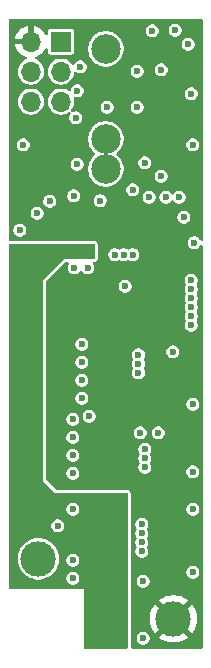
<source format=gbr>
%TF.GenerationSoftware,KiCad,Pcbnew,9.0.6*%
%TF.CreationDate,2026-01-03T14:33:14+01:00*%
%TF.ProjectId,dc_64d,64635f36-3464-42e6-9b69-6361645f7063,0.1*%
%TF.SameCoordinates,Original*%
%TF.FileFunction,Copper,L3,Inr*%
%TF.FilePolarity,Positive*%
%FSLAX46Y46*%
G04 Gerber Fmt 4.6, Leading zero omitted, Abs format (unit mm)*
G04 Created by KiCad (PCBNEW 9.0.6) date 2026-01-03 14:33:14*
%MOMM*%
%LPD*%
G01*
G04 APERTURE LIST*
%TA.AperFunction,ComponentPad*%
%ADD10C,2.500000*%
%TD*%
%TA.AperFunction,ComponentPad*%
%ADD11C,3.000000*%
%TD*%
%TA.AperFunction,ComponentPad*%
%ADD12R,1.700000X1.700000*%
%TD*%
%TA.AperFunction,ComponentPad*%
%ADD13O,1.700000X1.700000*%
%TD*%
%TA.AperFunction,ViaPad*%
%ADD14C,0.600000*%
%TD*%
G04 APERTURE END LIST*
D10*
X104775000Y-43180000D03*
D11*
X99060000Y-78740000D03*
X110490000Y-83820000D03*
D10*
X104775000Y-83820000D03*
X104775000Y-45720000D03*
X104775000Y-35560000D03*
D12*
X100970000Y-34940000D03*
D13*
X98430000Y-34940000D03*
X100970000Y-37480000D03*
X98430000Y-37480000D03*
X100970000Y-40020000D03*
X98430000Y-40020000D03*
D14*
X109474000Y-37338000D03*
X106426000Y-55651500D03*
X107823000Y-76581000D03*
X112141000Y-79883000D03*
X107543500Y-62230000D03*
X102743000Y-63627000D03*
X110998000Y-48133000D03*
X97485200Y-50901600D03*
X105537000Y-52984500D03*
X112014000Y-55905500D03*
X110464500Y-61214000D03*
X102108000Y-54102000D03*
X112268000Y-51968500D03*
X101981000Y-78867000D03*
X101981000Y-66929000D03*
X101981000Y-80391000D03*
X108077000Y-45212000D03*
X102743000Y-65151000D03*
X107543500Y-62992000D03*
X108077000Y-70993000D03*
X100711000Y-75946000D03*
X101981000Y-74549000D03*
X100025200Y-48463200D03*
X107696000Y-68072000D03*
X102616000Y-37084000D03*
X101981000Y-71501000D03*
X107950000Y-80645000D03*
X107061000Y-47498000D03*
X111379000Y-49809500D03*
X101981000Y-68453000D03*
X109474000Y-46355000D03*
X102743000Y-62103000D03*
X112141000Y-43688000D03*
X98958400Y-49479200D03*
X104902000Y-40513000D03*
X101981000Y-69977000D03*
X102057200Y-48006000D03*
X108077000Y-70231000D03*
X102362000Y-45339000D03*
X107543500Y-61468000D03*
X102235000Y-41402000D03*
X104292400Y-48412400D03*
X112141000Y-71374000D03*
X111760000Y-35153600D03*
X102743000Y-60579000D03*
X106299000Y-52984500D03*
X108077000Y-69469000D03*
X97790000Y-43688000D03*
X112014000Y-39370000D03*
X112014000Y-57429500D03*
X107442000Y-37465000D03*
X112014000Y-58953500D03*
X109855000Y-48133000D03*
X102362000Y-39116000D03*
X112014000Y-55143500D03*
X108712000Y-34036000D03*
X112014000Y-58191500D03*
X103251000Y-54102000D03*
X107950000Y-85471000D03*
X108458000Y-48133000D03*
X107442000Y-40513000D03*
X112141000Y-65659000D03*
X110642400Y-33985200D03*
X112141000Y-74549000D03*
X109220000Y-68072000D03*
X112014000Y-56667500D03*
X107823000Y-75819000D03*
X103378000Y-66675000D03*
X107823000Y-77343000D03*
X107061000Y-52984500D03*
X107823000Y-78105000D03*
X98806000Y-52578000D03*
X102616000Y-52578000D03*
X101092000Y-52578000D03*
X101854000Y-52578000D03*
X100330000Y-52578000D03*
X99568000Y-52578000D03*
X103378000Y-52578000D03*
X100711000Y-62103000D03*
X100711000Y-63627000D03*
X101473000Y-63627000D03*
X100711000Y-62865000D03*
X102362000Y-72390000D03*
X101473000Y-60579000D03*
X104775000Y-38608000D03*
X100711000Y-60579000D03*
X100711000Y-64389000D03*
X109474000Y-41402000D03*
X110718500Y-67691000D03*
X101473000Y-62865000D03*
X100711000Y-65151000D03*
X101473000Y-62103000D03*
X101473000Y-65151000D03*
X100711000Y-61341000D03*
X101473000Y-61341000D03*
X101473000Y-64389000D03*
%TA.AperFunction,Conductor*%
G36*
X103829039Y-52089685D02*
G01*
X103874794Y-52142489D01*
X103886000Y-52194000D01*
X103886000Y-53216000D01*
X103866315Y-53283039D01*
X103813511Y-53328794D01*
X103762000Y-53340000D01*
X101218999Y-53340000D01*
X99441000Y-55117999D01*
X99441000Y-55118000D01*
X99441000Y-72136000D01*
X100457000Y-73152000D01*
X106556000Y-73152000D01*
X106623039Y-73171685D01*
X106668794Y-73224489D01*
X106680000Y-73276000D01*
X106680000Y-86210500D01*
X106660315Y-86277539D01*
X106607511Y-86323294D01*
X106556000Y-86334500D01*
X103019500Y-86334500D01*
X102952461Y-86314815D01*
X102906706Y-86262011D01*
X102895500Y-86210500D01*
X102895500Y-81269438D01*
X102880562Y-81254500D01*
X96669500Y-81254500D01*
X96602461Y-81234815D01*
X96556706Y-81182011D01*
X96545500Y-81130500D01*
X96545500Y-78625258D01*
X97309500Y-78625258D01*
X97309500Y-78854741D01*
X97334446Y-79044215D01*
X97339452Y-79082238D01*
X97339453Y-79082240D01*
X97398842Y-79303887D01*
X97486650Y-79515876D01*
X97486657Y-79515890D01*
X97601392Y-79714617D01*
X97741081Y-79896661D01*
X97741089Y-79896670D01*
X97903330Y-80058911D01*
X97903338Y-80058918D01*
X98085382Y-80198607D01*
X98085385Y-80198608D01*
X98085388Y-80198611D01*
X98284112Y-80313344D01*
X98284117Y-80313346D01*
X98284123Y-80313349D01*
X98375480Y-80351190D01*
X98496113Y-80401158D01*
X98717762Y-80460548D01*
X98945266Y-80490500D01*
X98945273Y-80490500D01*
X99174727Y-80490500D01*
X99174734Y-80490500D01*
X99402238Y-80460548D01*
X99623887Y-80401158D01*
X99823380Y-80318525D01*
X101430500Y-80318525D01*
X101430500Y-80463475D01*
X101468016Y-80603485D01*
X101468017Y-80603488D01*
X101540488Y-80729011D01*
X101540490Y-80729013D01*
X101540491Y-80729015D01*
X101642985Y-80831509D01*
X101642986Y-80831510D01*
X101642988Y-80831511D01*
X101768511Y-80903982D01*
X101768512Y-80903982D01*
X101768515Y-80903984D01*
X101908525Y-80941500D01*
X101908528Y-80941500D01*
X102053472Y-80941500D01*
X102053475Y-80941500D01*
X102193485Y-80903984D01*
X102319015Y-80831509D01*
X102421509Y-80729015D01*
X102493984Y-80603485D01*
X102531500Y-80463475D01*
X102531500Y-80318525D01*
X102493984Y-80178515D01*
X102424934Y-80058918D01*
X102421511Y-80052988D01*
X102421506Y-80052982D01*
X102319017Y-79950493D01*
X102319011Y-79950488D01*
X102193488Y-79878017D01*
X102193489Y-79878017D01*
X102182006Y-79874940D01*
X102053475Y-79840500D01*
X101908525Y-79840500D01*
X101779993Y-79874940D01*
X101768511Y-79878017D01*
X101642988Y-79950488D01*
X101642982Y-79950493D01*
X101540493Y-80052982D01*
X101540488Y-80052988D01*
X101468017Y-80178511D01*
X101468016Y-80178515D01*
X101430500Y-80318525D01*
X99823380Y-80318525D01*
X99835888Y-80313344D01*
X100034612Y-80198611D01*
X100216661Y-80058919D01*
X100216665Y-80058914D01*
X100216670Y-80058911D01*
X100378911Y-79896670D01*
X100378914Y-79896665D01*
X100378919Y-79896661D01*
X100518611Y-79714612D01*
X100633344Y-79515888D01*
X100721158Y-79303887D01*
X100780548Y-79082238D01*
X100810500Y-78854734D01*
X100810500Y-78794525D01*
X101430500Y-78794525D01*
X101430500Y-78939475D01*
X101468016Y-79079485D01*
X101468017Y-79079488D01*
X101540488Y-79205011D01*
X101540490Y-79205013D01*
X101540491Y-79205015D01*
X101642985Y-79307509D01*
X101642986Y-79307510D01*
X101642988Y-79307511D01*
X101768511Y-79379982D01*
X101768512Y-79379982D01*
X101768515Y-79379984D01*
X101908525Y-79417500D01*
X101908528Y-79417500D01*
X102053472Y-79417500D01*
X102053475Y-79417500D01*
X102193485Y-79379984D01*
X102319015Y-79307509D01*
X102421509Y-79205015D01*
X102493984Y-79079485D01*
X102531500Y-78939475D01*
X102531500Y-78794525D01*
X102493984Y-78654515D01*
X102477100Y-78625272D01*
X102421511Y-78528988D01*
X102421506Y-78528982D01*
X102319017Y-78426493D01*
X102319011Y-78426488D01*
X102193488Y-78354017D01*
X102193489Y-78354017D01*
X102182006Y-78350940D01*
X102053475Y-78316500D01*
X101908525Y-78316500D01*
X101779993Y-78350940D01*
X101768511Y-78354017D01*
X101642988Y-78426488D01*
X101642982Y-78426493D01*
X101540493Y-78528982D01*
X101540488Y-78528988D01*
X101468017Y-78654511D01*
X101468016Y-78654515D01*
X101430500Y-78794525D01*
X100810500Y-78794525D01*
X100810500Y-78625266D01*
X100780548Y-78397762D01*
X100721158Y-78176113D01*
X100633344Y-77964112D01*
X100518611Y-77765388D01*
X100518608Y-77765385D01*
X100518607Y-77765382D01*
X100378918Y-77583338D01*
X100378911Y-77583330D01*
X100216670Y-77421089D01*
X100216661Y-77421081D01*
X100034617Y-77281392D01*
X99835890Y-77166657D01*
X99835876Y-77166650D01*
X99623887Y-77078842D01*
X99402238Y-77019452D01*
X99364215Y-77014446D01*
X99174741Y-76989500D01*
X99174734Y-76989500D01*
X98945266Y-76989500D01*
X98945258Y-76989500D01*
X98728715Y-77018009D01*
X98717762Y-77019452D01*
X98624076Y-77044554D01*
X98496112Y-77078842D01*
X98284123Y-77166650D01*
X98284109Y-77166657D01*
X98085382Y-77281392D01*
X97903338Y-77421081D01*
X97741081Y-77583338D01*
X97601392Y-77765382D01*
X97486657Y-77964109D01*
X97486650Y-77964123D01*
X97398842Y-78176112D01*
X97339453Y-78397759D01*
X97339451Y-78397770D01*
X97309500Y-78625258D01*
X96545500Y-78625258D01*
X96545500Y-75873525D01*
X100160500Y-75873525D01*
X100160500Y-76018475D01*
X100198016Y-76158485D01*
X100198017Y-76158488D01*
X100270488Y-76284011D01*
X100270490Y-76284013D01*
X100270491Y-76284015D01*
X100372985Y-76386509D01*
X100372986Y-76386510D01*
X100372988Y-76386511D01*
X100498511Y-76458982D01*
X100498512Y-76458982D01*
X100498515Y-76458984D01*
X100638525Y-76496500D01*
X100638528Y-76496500D01*
X100783472Y-76496500D01*
X100783475Y-76496500D01*
X100923485Y-76458984D01*
X101049015Y-76386509D01*
X101151509Y-76284015D01*
X101223984Y-76158485D01*
X101261500Y-76018475D01*
X101261500Y-75873525D01*
X101223984Y-75733515D01*
X101151509Y-75607985D01*
X101049015Y-75505491D01*
X101049013Y-75505490D01*
X101049011Y-75505488D01*
X100923488Y-75433017D01*
X100923489Y-75433017D01*
X100912006Y-75429940D01*
X100783475Y-75395500D01*
X100638525Y-75395500D01*
X100509993Y-75429940D01*
X100498511Y-75433017D01*
X100372988Y-75505488D01*
X100372982Y-75505493D01*
X100270493Y-75607982D01*
X100270488Y-75607988D01*
X100198017Y-75733511D01*
X100198016Y-75733515D01*
X100160500Y-75873525D01*
X96545500Y-75873525D01*
X96545500Y-74476525D01*
X101430500Y-74476525D01*
X101430500Y-74621475D01*
X101468016Y-74761485D01*
X101468017Y-74761488D01*
X101540488Y-74887011D01*
X101540490Y-74887013D01*
X101540491Y-74887015D01*
X101642985Y-74989509D01*
X101642986Y-74989510D01*
X101642988Y-74989511D01*
X101768511Y-75061982D01*
X101768512Y-75061982D01*
X101768515Y-75061984D01*
X101908525Y-75099500D01*
X101908528Y-75099500D01*
X102053472Y-75099500D01*
X102053475Y-75099500D01*
X102193485Y-75061984D01*
X102319015Y-74989509D01*
X102421509Y-74887015D01*
X102493984Y-74761485D01*
X102531500Y-74621475D01*
X102531500Y-74476525D01*
X102493984Y-74336515D01*
X102421509Y-74210985D01*
X102319015Y-74108491D01*
X102319013Y-74108490D01*
X102319011Y-74108488D01*
X102193488Y-74036017D01*
X102193489Y-74036017D01*
X102182006Y-74032940D01*
X102053475Y-73998500D01*
X101908525Y-73998500D01*
X101779993Y-74032940D01*
X101768511Y-74036017D01*
X101642988Y-74108488D01*
X101642982Y-74108493D01*
X101540493Y-74210982D01*
X101540488Y-74210988D01*
X101468017Y-74336511D01*
X101468016Y-74336515D01*
X101430500Y-74476525D01*
X96545500Y-74476525D01*
X96545500Y-52194000D01*
X96565185Y-52126961D01*
X96617989Y-52081206D01*
X96669500Y-52070000D01*
X103762000Y-52070000D01*
X103829039Y-52089685D01*
G37*
%TD.AperFunction*%
%TA.AperFunction,Conductor*%
G36*
X112947539Y-33065185D02*
G01*
X112993294Y-33117989D01*
X113004500Y-33169500D01*
X113004500Y-51680381D01*
X112984815Y-51747420D01*
X112932011Y-51793175D01*
X112862853Y-51803119D01*
X112799297Y-51774094D01*
X112773113Y-51742382D01*
X112770616Y-51738058D01*
X112708509Y-51630485D01*
X112606015Y-51527991D01*
X112606013Y-51527990D01*
X112606011Y-51527988D01*
X112480488Y-51455517D01*
X112480489Y-51455517D01*
X112467736Y-51452100D01*
X112340475Y-51418000D01*
X112195525Y-51418000D01*
X112068264Y-51452100D01*
X112055511Y-51455517D01*
X111929988Y-51527988D01*
X111929982Y-51527993D01*
X111827493Y-51630482D01*
X111827488Y-51630488D01*
X111755017Y-51756011D01*
X111755016Y-51756015D01*
X111717500Y-51896025D01*
X111717500Y-52040975D01*
X111749165Y-52159148D01*
X111755017Y-52180988D01*
X111827488Y-52306511D01*
X111827490Y-52306513D01*
X111827491Y-52306515D01*
X111929985Y-52409009D01*
X111929986Y-52409010D01*
X111929988Y-52409011D01*
X112055511Y-52481482D01*
X112055512Y-52481482D01*
X112055515Y-52481484D01*
X112195525Y-52519000D01*
X112195528Y-52519000D01*
X112340472Y-52519000D01*
X112340475Y-52519000D01*
X112480485Y-52481484D01*
X112606015Y-52409009D01*
X112708509Y-52306515D01*
X112773113Y-52194618D01*
X112823680Y-52146402D01*
X112892287Y-52133180D01*
X112957152Y-52159148D01*
X112997680Y-52216062D01*
X113004500Y-52256618D01*
X113004500Y-86210500D01*
X112984815Y-86277539D01*
X112932011Y-86323294D01*
X112880500Y-86334500D01*
X107059500Y-86334500D01*
X106992461Y-86314815D01*
X106946706Y-86262011D01*
X106935500Y-86210500D01*
X106935500Y-85398525D01*
X107399500Y-85398525D01*
X107399500Y-85543475D01*
X107419361Y-85617595D01*
X107437017Y-85683488D01*
X107509488Y-85809011D01*
X107509490Y-85809013D01*
X107509491Y-85809015D01*
X107611985Y-85911509D01*
X107611986Y-85911510D01*
X107611988Y-85911511D01*
X107737511Y-85983982D01*
X107737512Y-85983982D01*
X107737515Y-85983984D01*
X107877525Y-86021500D01*
X107877528Y-86021500D01*
X108022472Y-86021500D01*
X108022475Y-86021500D01*
X108162485Y-85983984D01*
X108288015Y-85911509D01*
X108390509Y-85809015D01*
X108462984Y-85683485D01*
X108500500Y-85543475D01*
X108500500Y-85398525D01*
X108462984Y-85258515D01*
X108390509Y-85132985D01*
X108288015Y-85030491D01*
X108288013Y-85030490D01*
X108288011Y-85030488D01*
X108162488Y-84958017D01*
X108162489Y-84958017D01*
X108151006Y-84954940D01*
X108022475Y-84920500D01*
X107877525Y-84920500D01*
X107748993Y-84954940D01*
X107737511Y-84958017D01*
X107611988Y-85030488D01*
X107611982Y-85030493D01*
X107509493Y-85132982D01*
X107509488Y-85132988D01*
X107437017Y-85258511D01*
X107437016Y-85258515D01*
X107399500Y-85398525D01*
X106935500Y-85398525D01*
X106935500Y-83688905D01*
X108490000Y-83688905D01*
X108490000Y-83951094D01*
X108524220Y-84211009D01*
X108524222Y-84211020D01*
X108592075Y-84464255D01*
X108692404Y-84706471D01*
X108692409Y-84706482D01*
X108823488Y-84933516D01*
X108823494Y-84933524D01*
X108910080Y-85046365D01*
X109812421Y-84144024D01*
X109825359Y-84175258D01*
X109907437Y-84298097D01*
X110011903Y-84402563D01*
X110134742Y-84484641D01*
X110165974Y-84497577D01*
X109263633Y-85399917D01*
X109263633Y-85399918D01*
X109376475Y-85486505D01*
X109376483Y-85486511D01*
X109603517Y-85617590D01*
X109603528Y-85617595D01*
X109845744Y-85717924D01*
X110098979Y-85785777D01*
X110098990Y-85785779D01*
X110358905Y-85819999D01*
X110358920Y-85820000D01*
X110621080Y-85820000D01*
X110621094Y-85819999D01*
X110881009Y-85785779D01*
X110881020Y-85785777D01*
X111134255Y-85717924D01*
X111376471Y-85617595D01*
X111376482Y-85617590D01*
X111603516Y-85486511D01*
X111603534Y-85486499D01*
X111716365Y-85399919D01*
X111716365Y-85399917D01*
X110814025Y-84497578D01*
X110845258Y-84484641D01*
X110968097Y-84402563D01*
X111072563Y-84298097D01*
X111154641Y-84175258D01*
X111167577Y-84144025D01*
X112069917Y-85046365D01*
X112069919Y-85046365D01*
X112156499Y-84933534D01*
X112156511Y-84933516D01*
X112287590Y-84706482D01*
X112287595Y-84706471D01*
X112387924Y-84464255D01*
X112455777Y-84211020D01*
X112455779Y-84211009D01*
X112489999Y-83951094D01*
X112490000Y-83951080D01*
X112490000Y-83688919D01*
X112489999Y-83688905D01*
X112455779Y-83428990D01*
X112455777Y-83428979D01*
X112387924Y-83175744D01*
X112287595Y-82933528D01*
X112287590Y-82933517D01*
X112156511Y-82706483D01*
X112156505Y-82706475D01*
X112069918Y-82593633D01*
X112069917Y-82593633D01*
X111167577Y-83495973D01*
X111154641Y-83464742D01*
X111072563Y-83341903D01*
X110968097Y-83237437D01*
X110845258Y-83155359D01*
X110814023Y-83142421D01*
X111716365Y-82240080D01*
X111603524Y-82153494D01*
X111603516Y-82153488D01*
X111376482Y-82022409D01*
X111376471Y-82022404D01*
X111134255Y-81922075D01*
X110881020Y-81854222D01*
X110881009Y-81854220D01*
X110621094Y-81820000D01*
X110358905Y-81820000D01*
X110098990Y-81854220D01*
X110098979Y-81854222D01*
X109845744Y-81922075D01*
X109603528Y-82022404D01*
X109603517Y-82022409D01*
X109376471Y-82153496D01*
X109263633Y-82240079D01*
X109263633Y-82240080D01*
X110165974Y-83142421D01*
X110134742Y-83155359D01*
X110011903Y-83237437D01*
X109907437Y-83341903D01*
X109825359Y-83464742D01*
X109812421Y-83495974D01*
X108910080Y-82593633D01*
X108910079Y-82593633D01*
X108823496Y-82706471D01*
X108692409Y-82933517D01*
X108692404Y-82933528D01*
X108592075Y-83175744D01*
X108524222Y-83428979D01*
X108524220Y-83428990D01*
X108490000Y-83688905D01*
X106935500Y-83688905D01*
X106935500Y-80572525D01*
X107399500Y-80572525D01*
X107399500Y-80717475D01*
X107437016Y-80857485D01*
X107437017Y-80857488D01*
X107509488Y-80983011D01*
X107509490Y-80983013D01*
X107509491Y-80983015D01*
X107611985Y-81085509D01*
X107611986Y-81085510D01*
X107611988Y-81085511D01*
X107737511Y-81157982D01*
X107737512Y-81157982D01*
X107737515Y-81157984D01*
X107877525Y-81195500D01*
X107877528Y-81195500D01*
X108022472Y-81195500D01*
X108022475Y-81195500D01*
X108162485Y-81157984D01*
X108288015Y-81085509D01*
X108390509Y-80983015D01*
X108462984Y-80857485D01*
X108500500Y-80717475D01*
X108500500Y-80572525D01*
X108462984Y-80432515D01*
X108400050Y-80323511D01*
X108390511Y-80306988D01*
X108390506Y-80306982D01*
X108288017Y-80204493D01*
X108288011Y-80204488D01*
X108162488Y-80132017D01*
X108162489Y-80132017D01*
X108151006Y-80128940D01*
X108022475Y-80094500D01*
X107877525Y-80094500D01*
X107748993Y-80128940D01*
X107737511Y-80132017D01*
X107611988Y-80204488D01*
X107611982Y-80204493D01*
X107509493Y-80306982D01*
X107509488Y-80306988D01*
X107437017Y-80432511D01*
X107437016Y-80432515D01*
X107399500Y-80572525D01*
X106935500Y-80572525D01*
X106935500Y-79810525D01*
X111590500Y-79810525D01*
X111590500Y-79955475D01*
X111627752Y-80094500D01*
X111628017Y-80095488D01*
X111700488Y-80221011D01*
X111700490Y-80221013D01*
X111700491Y-80221015D01*
X111802985Y-80323509D01*
X111802986Y-80323510D01*
X111802988Y-80323511D01*
X111928511Y-80395982D01*
X111928512Y-80395982D01*
X111928515Y-80395984D01*
X112068525Y-80433500D01*
X112068528Y-80433500D01*
X112213472Y-80433500D01*
X112213475Y-80433500D01*
X112353485Y-80395984D01*
X112479015Y-80323509D01*
X112581509Y-80221015D01*
X112653984Y-80095485D01*
X112691500Y-79955475D01*
X112691500Y-79810525D01*
X112653984Y-79670515D01*
X112581509Y-79544985D01*
X112479015Y-79442491D01*
X112479013Y-79442490D01*
X112479011Y-79442488D01*
X112353488Y-79370017D01*
X112353489Y-79370017D01*
X112342006Y-79366940D01*
X112213475Y-79332500D01*
X112068525Y-79332500D01*
X111939993Y-79366940D01*
X111928511Y-79370017D01*
X111802988Y-79442488D01*
X111802982Y-79442493D01*
X111700493Y-79544982D01*
X111700488Y-79544988D01*
X111628017Y-79670511D01*
X111628016Y-79670515D01*
X111590500Y-79810525D01*
X106935500Y-79810525D01*
X106935500Y-75746525D01*
X107272500Y-75746525D01*
X107272500Y-75891475D01*
X107276704Y-75907163D01*
X107310017Y-76031488D01*
X107371512Y-76138000D01*
X107387985Y-76205900D01*
X107371512Y-76262000D01*
X107310017Y-76368511D01*
X107310016Y-76368515D01*
X107272500Y-76508525D01*
X107272500Y-76653475D01*
X107310016Y-76793485D01*
X107310017Y-76793488D01*
X107371512Y-76900000D01*
X107387985Y-76967900D01*
X107371512Y-77024000D01*
X107310017Y-77130511D01*
X107310016Y-77130515D01*
X107272500Y-77270525D01*
X107272500Y-77415475D01*
X107310016Y-77555485D01*
X107310017Y-77555488D01*
X107371512Y-77662000D01*
X107387985Y-77729900D01*
X107371512Y-77786000D01*
X107310017Y-77892511D01*
X107310016Y-77892515D01*
X107272500Y-78032525D01*
X107272500Y-78177475D01*
X107310016Y-78317485D01*
X107310017Y-78317488D01*
X107382488Y-78443011D01*
X107382490Y-78443013D01*
X107382491Y-78443015D01*
X107484985Y-78545509D01*
X107484986Y-78545510D01*
X107484988Y-78545511D01*
X107610511Y-78617982D01*
X107610512Y-78617982D01*
X107610515Y-78617984D01*
X107750525Y-78655500D01*
X107750528Y-78655500D01*
X107895472Y-78655500D01*
X107895475Y-78655500D01*
X108035485Y-78617984D01*
X108161015Y-78545509D01*
X108263509Y-78443015D01*
X108335984Y-78317485D01*
X108373500Y-78177475D01*
X108373500Y-78032525D01*
X108335984Y-77892515D01*
X108274486Y-77785998D01*
X108258014Y-77718101D01*
X108274487Y-77662000D01*
X108335984Y-77555485D01*
X108373500Y-77415475D01*
X108373500Y-77270525D01*
X108335984Y-77130515D01*
X108274486Y-77023998D01*
X108258014Y-76956101D01*
X108274487Y-76900000D01*
X108335984Y-76793485D01*
X108373500Y-76653475D01*
X108373500Y-76508525D01*
X108335984Y-76368515D01*
X108274486Y-76261998D01*
X108258014Y-76194101D01*
X108274487Y-76138000D01*
X108335984Y-76031485D01*
X108373500Y-75891475D01*
X108373500Y-75746525D01*
X108335984Y-75606515D01*
X108263509Y-75480985D01*
X108161015Y-75378491D01*
X108161013Y-75378490D01*
X108161011Y-75378488D01*
X108035488Y-75306017D01*
X108035489Y-75306017D01*
X108024006Y-75302940D01*
X107895475Y-75268500D01*
X107750525Y-75268500D01*
X107621993Y-75302940D01*
X107610511Y-75306017D01*
X107484988Y-75378488D01*
X107484982Y-75378493D01*
X107382493Y-75480982D01*
X107382488Y-75480988D01*
X107310017Y-75606511D01*
X107310016Y-75606515D01*
X107272500Y-75746525D01*
X106935500Y-75746525D01*
X106935500Y-74476525D01*
X111590500Y-74476525D01*
X111590500Y-74621475D01*
X111628016Y-74761485D01*
X111628017Y-74761488D01*
X111700488Y-74887011D01*
X111700490Y-74887013D01*
X111700491Y-74887015D01*
X111802985Y-74989509D01*
X111802986Y-74989510D01*
X111802988Y-74989511D01*
X111928511Y-75061982D01*
X111928512Y-75061982D01*
X111928515Y-75061984D01*
X112068525Y-75099500D01*
X112068528Y-75099500D01*
X112213472Y-75099500D01*
X112213475Y-75099500D01*
X112353485Y-75061984D01*
X112479015Y-74989509D01*
X112581509Y-74887015D01*
X112653984Y-74761485D01*
X112691500Y-74621475D01*
X112691500Y-74476525D01*
X112653984Y-74336515D01*
X112581509Y-74210985D01*
X112479015Y-74108491D01*
X112479013Y-74108490D01*
X112479011Y-74108488D01*
X112353488Y-74036017D01*
X112353489Y-74036017D01*
X112342006Y-74032940D01*
X112213475Y-73998500D01*
X112068525Y-73998500D01*
X111939993Y-74032940D01*
X111928511Y-74036017D01*
X111802988Y-74108488D01*
X111802982Y-74108493D01*
X111700493Y-74210982D01*
X111700488Y-74210988D01*
X111628017Y-74336511D01*
X111628016Y-74336515D01*
X111590500Y-74476525D01*
X106935500Y-74476525D01*
X106935500Y-73276000D01*
X106929661Y-73221687D01*
X106918455Y-73170176D01*
X106911219Y-73143802D01*
X106911216Y-73143796D01*
X106861894Y-73057181D01*
X106861890Y-73057176D01*
X106861888Y-73057172D01*
X106816133Y-73004368D01*
X106783359Y-72972743D01*
X106695024Y-72926535D01*
X106695023Y-72926534D01*
X106695022Y-72926534D01*
X106695022Y-72926533D01*
X106627990Y-72906851D01*
X106627978Y-72906848D01*
X106556001Y-72896500D01*
X106556000Y-72896500D01*
X100614194Y-72896500D01*
X100547155Y-72876815D01*
X100526513Y-72860181D01*
X99732819Y-72066487D01*
X99699334Y-72005164D01*
X99696500Y-71978806D01*
X99696500Y-71428525D01*
X101430500Y-71428525D01*
X101430500Y-71573475D01*
X101467621Y-71712011D01*
X101468017Y-71713488D01*
X101540488Y-71839011D01*
X101540490Y-71839013D01*
X101540491Y-71839015D01*
X101642985Y-71941509D01*
X101642986Y-71941510D01*
X101642988Y-71941511D01*
X101768511Y-72013982D01*
X101768512Y-72013982D01*
X101768515Y-72013984D01*
X101908525Y-72051500D01*
X101908528Y-72051500D01*
X102053472Y-72051500D01*
X102053475Y-72051500D01*
X102193485Y-72013984D01*
X102319015Y-71941509D01*
X102421509Y-71839015D01*
X102493984Y-71713485D01*
X102531500Y-71573475D01*
X102531500Y-71428525D01*
X102493984Y-71288515D01*
X102461006Y-71231396D01*
X102421511Y-71162988D01*
X102421506Y-71162982D01*
X102319017Y-71060493D01*
X102319011Y-71060488D01*
X102193488Y-70988017D01*
X102193489Y-70988017D01*
X102182006Y-70984940D01*
X102053475Y-70950500D01*
X101908525Y-70950500D01*
X101779993Y-70984940D01*
X101768511Y-70988017D01*
X101642988Y-71060488D01*
X101642982Y-71060493D01*
X101540493Y-71162982D01*
X101540488Y-71162988D01*
X101468017Y-71288511D01*
X101468016Y-71288515D01*
X101430500Y-71428525D01*
X99696500Y-71428525D01*
X99696500Y-69904525D01*
X101430500Y-69904525D01*
X101430500Y-70049475D01*
X101459721Y-70158527D01*
X101468017Y-70189488D01*
X101540488Y-70315011D01*
X101540490Y-70315013D01*
X101540491Y-70315015D01*
X101642985Y-70417509D01*
X101642986Y-70417510D01*
X101642988Y-70417511D01*
X101768511Y-70489982D01*
X101768512Y-70489982D01*
X101768515Y-70489984D01*
X101908525Y-70527500D01*
X101908528Y-70527500D01*
X102053472Y-70527500D01*
X102053475Y-70527500D01*
X102193485Y-70489984D01*
X102319015Y-70417509D01*
X102421509Y-70315015D01*
X102493984Y-70189485D01*
X102531500Y-70049475D01*
X102531500Y-69904525D01*
X102493984Y-69764515D01*
X102446046Y-69681485D01*
X102421511Y-69638988D01*
X102421506Y-69638982D01*
X102319017Y-69536493D01*
X102319015Y-69536491D01*
X102248509Y-69495784D01*
X102248508Y-69495783D01*
X102193488Y-69464017D01*
X102193489Y-69464017D01*
X102182006Y-69460940D01*
X102053475Y-69426500D01*
X101908525Y-69426500D01*
X101779993Y-69460940D01*
X101768511Y-69464017D01*
X101642988Y-69536488D01*
X101642982Y-69536493D01*
X101540493Y-69638982D01*
X101540488Y-69638988D01*
X101468017Y-69764511D01*
X101468016Y-69764515D01*
X101430500Y-69904525D01*
X99696500Y-69904525D01*
X99696500Y-69396525D01*
X107526500Y-69396525D01*
X107526500Y-69541475D01*
X107552628Y-69638985D01*
X107564017Y-69681488D01*
X107625512Y-69788000D01*
X107641985Y-69855900D01*
X107625512Y-69912000D01*
X107564017Y-70018511D01*
X107564016Y-70018515D01*
X107526500Y-70158525D01*
X107526500Y-70303475D01*
X107564016Y-70443485D01*
X107564017Y-70443488D01*
X107625512Y-70550000D01*
X107641985Y-70617900D01*
X107625512Y-70674000D01*
X107564017Y-70780511D01*
X107564016Y-70780515D01*
X107526500Y-70920525D01*
X107526500Y-71065475D01*
X107552628Y-71162985D01*
X107564017Y-71205488D01*
X107636488Y-71331011D01*
X107636490Y-71331013D01*
X107636491Y-71331015D01*
X107738985Y-71433509D01*
X107738986Y-71433510D01*
X107738988Y-71433511D01*
X107864511Y-71505982D01*
X107864512Y-71505982D01*
X107864515Y-71505984D01*
X108004525Y-71543500D01*
X108004528Y-71543500D01*
X108149472Y-71543500D01*
X108149475Y-71543500D01*
X108289485Y-71505984D01*
X108415015Y-71433509D01*
X108517509Y-71331015D01*
X108534535Y-71301525D01*
X111590500Y-71301525D01*
X111590500Y-71446475D01*
X111606446Y-71505984D01*
X111628017Y-71586488D01*
X111700488Y-71712011D01*
X111700490Y-71712013D01*
X111700491Y-71712015D01*
X111802985Y-71814509D01*
X111802986Y-71814510D01*
X111802988Y-71814511D01*
X111928511Y-71886982D01*
X111928512Y-71886982D01*
X111928515Y-71886984D01*
X112068525Y-71924500D01*
X112068528Y-71924500D01*
X112213472Y-71924500D01*
X112213475Y-71924500D01*
X112353485Y-71886984D01*
X112479015Y-71814509D01*
X112581509Y-71712015D01*
X112653984Y-71586485D01*
X112691500Y-71446475D01*
X112691500Y-71301525D01*
X112653984Y-71161515D01*
X112598533Y-71065472D01*
X112581511Y-71035988D01*
X112581506Y-71035982D01*
X112479017Y-70933493D01*
X112479011Y-70933488D01*
X112353488Y-70861017D01*
X112353489Y-70861017D01*
X112342006Y-70857940D01*
X112213475Y-70823500D01*
X112068525Y-70823500D01*
X111939993Y-70857940D01*
X111928511Y-70861017D01*
X111802988Y-70933488D01*
X111802982Y-70933493D01*
X111700493Y-71035982D01*
X111700488Y-71035988D01*
X111628017Y-71161511D01*
X111628016Y-71161515D01*
X111590500Y-71301525D01*
X108534535Y-71301525D01*
X108589984Y-71205485D01*
X108627500Y-71065475D01*
X108627500Y-70920525D01*
X108589984Y-70780515D01*
X108528486Y-70673998D01*
X108512014Y-70606101D01*
X108528487Y-70550000D01*
X108589984Y-70443485D01*
X108627500Y-70303475D01*
X108627500Y-70158525D01*
X108589984Y-70018515D01*
X108528486Y-69911998D01*
X108512014Y-69844101D01*
X108528487Y-69788000D01*
X108589984Y-69681485D01*
X108627500Y-69541475D01*
X108627500Y-69396525D01*
X108589984Y-69256515D01*
X108517509Y-69130985D01*
X108415015Y-69028491D01*
X108415013Y-69028490D01*
X108415011Y-69028488D01*
X108289488Y-68956017D01*
X108289489Y-68956017D01*
X108278006Y-68952940D01*
X108149475Y-68918500D01*
X108004525Y-68918500D01*
X107875993Y-68952940D01*
X107864511Y-68956017D01*
X107738988Y-69028488D01*
X107738982Y-69028493D01*
X107636493Y-69130982D01*
X107636488Y-69130988D01*
X107564017Y-69256511D01*
X107564016Y-69256515D01*
X107526500Y-69396525D01*
X99696500Y-69396525D01*
X99696500Y-68380525D01*
X101430500Y-68380525D01*
X101430500Y-68525475D01*
X101446446Y-68584984D01*
X101468017Y-68665488D01*
X101540488Y-68791011D01*
X101540490Y-68791013D01*
X101540491Y-68791015D01*
X101642985Y-68893509D01*
X101642986Y-68893510D01*
X101642988Y-68893511D01*
X101768511Y-68965982D01*
X101768512Y-68965982D01*
X101768515Y-68965984D01*
X101908525Y-69003500D01*
X101908528Y-69003500D01*
X102053472Y-69003500D01*
X102053475Y-69003500D01*
X102193485Y-68965984D01*
X102319015Y-68893509D01*
X102421509Y-68791015D01*
X102493984Y-68665485D01*
X102531500Y-68525475D01*
X102531500Y-68380525D01*
X102493984Y-68240515D01*
X102438533Y-68144472D01*
X102421511Y-68114988D01*
X102421506Y-68114982D01*
X102319017Y-68012493D01*
X102319011Y-68012488D01*
X102296559Y-67999525D01*
X107145500Y-67999525D01*
X107145500Y-68144475D01*
X107183016Y-68284485D01*
X107183017Y-68284488D01*
X107255488Y-68410011D01*
X107255490Y-68410013D01*
X107255491Y-68410015D01*
X107357985Y-68512509D01*
X107357986Y-68512510D01*
X107357988Y-68512511D01*
X107483511Y-68584982D01*
X107483512Y-68584982D01*
X107483515Y-68584984D01*
X107623525Y-68622500D01*
X107623528Y-68622500D01*
X107768472Y-68622500D01*
X107768475Y-68622500D01*
X107908485Y-68584984D01*
X108034015Y-68512509D01*
X108136509Y-68410015D01*
X108208984Y-68284485D01*
X108246500Y-68144475D01*
X108246500Y-67999525D01*
X108669500Y-67999525D01*
X108669500Y-68144475D01*
X108707016Y-68284485D01*
X108707017Y-68284488D01*
X108779488Y-68410011D01*
X108779490Y-68410013D01*
X108779491Y-68410015D01*
X108881985Y-68512509D01*
X108881986Y-68512510D01*
X108881988Y-68512511D01*
X109007511Y-68584982D01*
X109007512Y-68584982D01*
X109007515Y-68584984D01*
X109147525Y-68622500D01*
X109147528Y-68622500D01*
X109292472Y-68622500D01*
X109292475Y-68622500D01*
X109432485Y-68584984D01*
X109558015Y-68512509D01*
X109660509Y-68410015D01*
X109732984Y-68284485D01*
X109770500Y-68144475D01*
X109770500Y-67999525D01*
X109732984Y-67859515D01*
X109660509Y-67733985D01*
X109558015Y-67631491D01*
X109558013Y-67631490D01*
X109558011Y-67631488D01*
X109432488Y-67559017D01*
X109432489Y-67559017D01*
X109421006Y-67555940D01*
X109292475Y-67521500D01*
X109147525Y-67521500D01*
X109018993Y-67555940D01*
X109007511Y-67559017D01*
X108881988Y-67631488D01*
X108881982Y-67631493D01*
X108779493Y-67733982D01*
X108779488Y-67733988D01*
X108707017Y-67859511D01*
X108707016Y-67859515D01*
X108669500Y-67999525D01*
X108246500Y-67999525D01*
X108208984Y-67859515D01*
X108136509Y-67733985D01*
X108034015Y-67631491D01*
X108034013Y-67631490D01*
X108034011Y-67631488D01*
X107908488Y-67559017D01*
X107908489Y-67559017D01*
X107897006Y-67555940D01*
X107768475Y-67521500D01*
X107623525Y-67521500D01*
X107494993Y-67555940D01*
X107483511Y-67559017D01*
X107357988Y-67631488D01*
X107357982Y-67631493D01*
X107255493Y-67733982D01*
X107255488Y-67733988D01*
X107183017Y-67859511D01*
X107183016Y-67859515D01*
X107145500Y-67999525D01*
X102296559Y-67999525D01*
X102193488Y-67940017D01*
X102193489Y-67940017D01*
X102182006Y-67936940D01*
X102053475Y-67902500D01*
X101908525Y-67902500D01*
X101779993Y-67936940D01*
X101768511Y-67940017D01*
X101642988Y-68012488D01*
X101642982Y-68012493D01*
X101540493Y-68114982D01*
X101540488Y-68114988D01*
X101468017Y-68240511D01*
X101468016Y-68240515D01*
X101430500Y-68380525D01*
X99696500Y-68380525D01*
X99696500Y-66856525D01*
X101430500Y-66856525D01*
X101430500Y-67001475D01*
X101468016Y-67141485D01*
X101468017Y-67141488D01*
X101540488Y-67267011D01*
X101540490Y-67267013D01*
X101540491Y-67267015D01*
X101642985Y-67369509D01*
X101642986Y-67369510D01*
X101642988Y-67369511D01*
X101768511Y-67441982D01*
X101768512Y-67441982D01*
X101768515Y-67441984D01*
X101908525Y-67479500D01*
X101908528Y-67479500D01*
X102053472Y-67479500D01*
X102053475Y-67479500D01*
X102193485Y-67441984D01*
X102319015Y-67369509D01*
X102421509Y-67267015D01*
X102493984Y-67141485D01*
X102531500Y-67001475D01*
X102531500Y-66856525D01*
X102493984Y-66716515D01*
X102493982Y-66716511D01*
X102459277Y-66656400D01*
X102459276Y-66656399D01*
X102456015Y-66650752D01*
X102428172Y-66602525D01*
X102827500Y-66602525D01*
X102827500Y-66747475D01*
X102856721Y-66856527D01*
X102865017Y-66887488D01*
X102937488Y-67013011D01*
X102937490Y-67013013D01*
X102937491Y-67013015D01*
X103039985Y-67115509D01*
X103039986Y-67115510D01*
X103039988Y-67115511D01*
X103165511Y-67187982D01*
X103165512Y-67187982D01*
X103165515Y-67187984D01*
X103305525Y-67225500D01*
X103305528Y-67225500D01*
X103450472Y-67225500D01*
X103450475Y-67225500D01*
X103590485Y-67187984D01*
X103716015Y-67115509D01*
X103818509Y-67013015D01*
X103890984Y-66887485D01*
X103928500Y-66747475D01*
X103928500Y-66602525D01*
X103890984Y-66462515D01*
X103864138Y-66416017D01*
X103818511Y-66336988D01*
X103818506Y-66336982D01*
X103716017Y-66234493D01*
X103716011Y-66234488D01*
X103590488Y-66162017D01*
X103590489Y-66162017D01*
X103579006Y-66158940D01*
X103450475Y-66124500D01*
X103305525Y-66124500D01*
X103176993Y-66158940D01*
X103165511Y-66162017D01*
X103039988Y-66234488D01*
X103039982Y-66234493D01*
X102937493Y-66336982D01*
X102937488Y-66336988D01*
X102865017Y-66462511D01*
X102865016Y-66462515D01*
X102827500Y-66602525D01*
X102428172Y-66602525D01*
X102421509Y-66590985D01*
X102319015Y-66488491D01*
X102319013Y-66488490D01*
X102319011Y-66488488D01*
X102193488Y-66416017D01*
X102193489Y-66416017D01*
X102182006Y-66412940D01*
X102053475Y-66378500D01*
X101908525Y-66378500D01*
X101779993Y-66412940D01*
X101768511Y-66416017D01*
X101642988Y-66488488D01*
X101642982Y-66488493D01*
X101540493Y-66590982D01*
X101540488Y-66590988D01*
X101468017Y-66716511D01*
X101468016Y-66716515D01*
X101430500Y-66856525D01*
X99696500Y-66856525D01*
X99696500Y-65078525D01*
X102192500Y-65078525D01*
X102192500Y-65223475D01*
X102218628Y-65320985D01*
X102230017Y-65363488D01*
X102302488Y-65489011D01*
X102302490Y-65489013D01*
X102302491Y-65489015D01*
X102404985Y-65591509D01*
X102404986Y-65591510D01*
X102404988Y-65591511D01*
X102530511Y-65663982D01*
X102530512Y-65663982D01*
X102530515Y-65663984D01*
X102670525Y-65701500D01*
X102670528Y-65701500D01*
X102815472Y-65701500D01*
X102815475Y-65701500D01*
X102955485Y-65663984D01*
X103081015Y-65591509D01*
X103085999Y-65586525D01*
X111590500Y-65586525D01*
X111590500Y-65731475D01*
X111628016Y-65871485D01*
X111628017Y-65871488D01*
X111700488Y-65997011D01*
X111700490Y-65997013D01*
X111700491Y-65997015D01*
X111802985Y-66099509D01*
X111802986Y-66099510D01*
X111802988Y-66099511D01*
X111928511Y-66171982D01*
X111928512Y-66171982D01*
X111928515Y-66171984D01*
X112068525Y-66209500D01*
X112068528Y-66209500D01*
X112213472Y-66209500D01*
X112213475Y-66209500D01*
X112353485Y-66171984D01*
X112479015Y-66099509D01*
X112581509Y-65997015D01*
X112653984Y-65871485D01*
X112691500Y-65731475D01*
X112691500Y-65586525D01*
X112653984Y-65446515D01*
X112606046Y-65363485D01*
X112581511Y-65320988D01*
X112581506Y-65320982D01*
X112479017Y-65218493D01*
X112479011Y-65218488D01*
X112353488Y-65146017D01*
X112353489Y-65146017D01*
X112342006Y-65142940D01*
X112213475Y-65108500D01*
X112068525Y-65108500D01*
X111939993Y-65142940D01*
X111928511Y-65146017D01*
X111802988Y-65218488D01*
X111802982Y-65218493D01*
X111700493Y-65320982D01*
X111700488Y-65320988D01*
X111628017Y-65446511D01*
X111628016Y-65446515D01*
X111590500Y-65586525D01*
X103085999Y-65586525D01*
X103183509Y-65489015D01*
X103255984Y-65363485D01*
X103293500Y-65223475D01*
X103293500Y-65078525D01*
X103255984Y-64938515D01*
X103183509Y-64812985D01*
X103081015Y-64710491D01*
X103081013Y-64710490D01*
X103081011Y-64710488D01*
X102955488Y-64638017D01*
X102955489Y-64638017D01*
X102944006Y-64634940D01*
X102815475Y-64600500D01*
X102670525Y-64600500D01*
X102541993Y-64634940D01*
X102530511Y-64638017D01*
X102404988Y-64710488D01*
X102404982Y-64710493D01*
X102302493Y-64812982D01*
X102302488Y-64812988D01*
X102230017Y-64938511D01*
X102230016Y-64938515D01*
X102192500Y-65078525D01*
X99696500Y-65078525D01*
X99696500Y-63554525D01*
X102192500Y-63554525D01*
X102192500Y-63699475D01*
X102230016Y-63839485D01*
X102230017Y-63839488D01*
X102302488Y-63965011D01*
X102302490Y-63965013D01*
X102302491Y-63965015D01*
X102404985Y-64067509D01*
X102404986Y-64067510D01*
X102404988Y-64067511D01*
X102530511Y-64139982D01*
X102530512Y-64139982D01*
X102530515Y-64139984D01*
X102670525Y-64177500D01*
X102670528Y-64177500D01*
X102815472Y-64177500D01*
X102815475Y-64177500D01*
X102955485Y-64139984D01*
X103081015Y-64067509D01*
X103183509Y-63965015D01*
X103255984Y-63839485D01*
X103293500Y-63699475D01*
X103293500Y-63554525D01*
X103255984Y-63414515D01*
X103207195Y-63330011D01*
X103183511Y-63288988D01*
X103183506Y-63288982D01*
X103081017Y-63186493D01*
X103081011Y-63186488D01*
X102955488Y-63114017D01*
X102955489Y-63114017D01*
X102944006Y-63110940D01*
X102815475Y-63076500D01*
X102670525Y-63076500D01*
X102541993Y-63110940D01*
X102530511Y-63114017D01*
X102404988Y-63186488D01*
X102404982Y-63186493D01*
X102302493Y-63288982D01*
X102302488Y-63288988D01*
X102230017Y-63414511D01*
X102230016Y-63414515D01*
X102192500Y-63554525D01*
X99696500Y-63554525D01*
X99696500Y-62030525D01*
X102192500Y-62030525D01*
X102192500Y-62175475D01*
X102226529Y-62302472D01*
X102230017Y-62315488D01*
X102302488Y-62441011D01*
X102302490Y-62441013D01*
X102302491Y-62441015D01*
X102404985Y-62543509D01*
X102404986Y-62543510D01*
X102404988Y-62543511D01*
X102530511Y-62615982D01*
X102530512Y-62615982D01*
X102530515Y-62615984D01*
X102670525Y-62653500D01*
X102670528Y-62653500D01*
X102815472Y-62653500D01*
X102815475Y-62653500D01*
X102955485Y-62615984D01*
X103081015Y-62543509D01*
X103183509Y-62441015D01*
X103255984Y-62315485D01*
X103293500Y-62175475D01*
X103293500Y-62030525D01*
X103255984Y-61890515D01*
X103232015Y-61849000D01*
X103183511Y-61764988D01*
X103183506Y-61764982D01*
X103081017Y-61662493D01*
X103081011Y-61662488D01*
X102955488Y-61590017D01*
X102955489Y-61590017D01*
X102944006Y-61586940D01*
X102815475Y-61552500D01*
X102670525Y-61552500D01*
X102541993Y-61586940D01*
X102530511Y-61590017D01*
X102404988Y-61662488D01*
X102404982Y-61662493D01*
X102302493Y-61764982D01*
X102302488Y-61764988D01*
X102230017Y-61890511D01*
X102230016Y-61890515D01*
X102192500Y-62030525D01*
X99696500Y-62030525D01*
X99696500Y-61395525D01*
X106993000Y-61395525D01*
X106993000Y-61540475D01*
X107025695Y-61662493D01*
X107030517Y-61680488D01*
X107092012Y-61787000D01*
X107108485Y-61854900D01*
X107092012Y-61911000D01*
X107030517Y-62017511D01*
X107030516Y-62017515D01*
X106993000Y-62157525D01*
X106993000Y-62302475D01*
X107030121Y-62441011D01*
X107030517Y-62442488D01*
X107092012Y-62549000D01*
X107108485Y-62616900D01*
X107092012Y-62673000D01*
X107030517Y-62779511D01*
X107030516Y-62779515D01*
X106993000Y-62919525D01*
X106993000Y-63064475D01*
X107025695Y-63186493D01*
X107030517Y-63204488D01*
X107102988Y-63330011D01*
X107102990Y-63330013D01*
X107102991Y-63330015D01*
X107205485Y-63432509D01*
X107205486Y-63432510D01*
X107205488Y-63432511D01*
X107331011Y-63504982D01*
X107331012Y-63504982D01*
X107331015Y-63504984D01*
X107471025Y-63542500D01*
X107471028Y-63542500D01*
X107615972Y-63542500D01*
X107615975Y-63542500D01*
X107755985Y-63504984D01*
X107881515Y-63432509D01*
X107984009Y-63330015D01*
X108056484Y-63204485D01*
X108094000Y-63064475D01*
X108094000Y-62919525D01*
X108056484Y-62779515D01*
X107994986Y-62672998D01*
X107978514Y-62605101D01*
X107994987Y-62549000D01*
X108056484Y-62442485D01*
X108094000Y-62302475D01*
X108094000Y-62157525D01*
X108056484Y-62017515D01*
X107994986Y-61910998D01*
X107978514Y-61843101D01*
X107994987Y-61787000D01*
X108056484Y-61680485D01*
X108094000Y-61540475D01*
X108094000Y-61395525D01*
X108056484Y-61255515D01*
X108056482Y-61255511D01*
X108021777Y-61195400D01*
X108021776Y-61195399D01*
X108018515Y-61189752D01*
X107990672Y-61141525D01*
X109914000Y-61141525D01*
X109914000Y-61286475D01*
X109943221Y-61395527D01*
X109951517Y-61426488D01*
X110023988Y-61552011D01*
X110023990Y-61552013D01*
X110023991Y-61552015D01*
X110126485Y-61654509D01*
X110126486Y-61654510D01*
X110126488Y-61654511D01*
X110252011Y-61726982D01*
X110252012Y-61726982D01*
X110252015Y-61726984D01*
X110392025Y-61764500D01*
X110392028Y-61764500D01*
X110536972Y-61764500D01*
X110536975Y-61764500D01*
X110676985Y-61726984D01*
X110802515Y-61654509D01*
X110905009Y-61552015D01*
X110977484Y-61426485D01*
X111015000Y-61286475D01*
X111015000Y-61141525D01*
X110977484Y-61001515D01*
X110950638Y-60955017D01*
X110905011Y-60875988D01*
X110905006Y-60875982D01*
X110802517Y-60773493D01*
X110802511Y-60773488D01*
X110676988Y-60701017D01*
X110676989Y-60701017D01*
X110665506Y-60697940D01*
X110536975Y-60663500D01*
X110392025Y-60663500D01*
X110263493Y-60697940D01*
X110252011Y-60701017D01*
X110126488Y-60773488D01*
X110126482Y-60773493D01*
X110023993Y-60875982D01*
X110023988Y-60875988D01*
X109951517Y-61001511D01*
X109951516Y-61001515D01*
X109914000Y-61141525D01*
X107990672Y-61141525D01*
X107984009Y-61129985D01*
X107881515Y-61027491D01*
X107881513Y-61027490D01*
X107881511Y-61027488D01*
X107755988Y-60955017D01*
X107755989Y-60955017D01*
X107744506Y-60951940D01*
X107615975Y-60917500D01*
X107471025Y-60917500D01*
X107342493Y-60951940D01*
X107331011Y-60955017D01*
X107205488Y-61027488D01*
X107205482Y-61027493D01*
X107102993Y-61129982D01*
X107102988Y-61129988D01*
X107030517Y-61255511D01*
X107030516Y-61255515D01*
X106993000Y-61395525D01*
X99696500Y-61395525D01*
X99696500Y-60506525D01*
X102192500Y-60506525D01*
X102192500Y-60651475D01*
X102225195Y-60773493D01*
X102230017Y-60791488D01*
X102302488Y-60917011D01*
X102302490Y-60917013D01*
X102302491Y-60917015D01*
X102404985Y-61019509D01*
X102404986Y-61019510D01*
X102404988Y-61019511D01*
X102530511Y-61091982D01*
X102530512Y-61091982D01*
X102530515Y-61091984D01*
X102670525Y-61129500D01*
X102670528Y-61129500D01*
X102815472Y-61129500D01*
X102815475Y-61129500D01*
X102955485Y-61091984D01*
X103081015Y-61019509D01*
X103183509Y-60917015D01*
X103255984Y-60791485D01*
X103293500Y-60651475D01*
X103293500Y-60506525D01*
X103255984Y-60366515D01*
X103183509Y-60240985D01*
X103081015Y-60138491D01*
X103081013Y-60138490D01*
X103081011Y-60138488D01*
X102955488Y-60066017D01*
X102955489Y-60066017D01*
X102944006Y-60062940D01*
X102815475Y-60028500D01*
X102670525Y-60028500D01*
X102541993Y-60062940D01*
X102530511Y-60066017D01*
X102404988Y-60138488D01*
X102404982Y-60138493D01*
X102302493Y-60240982D01*
X102302488Y-60240988D01*
X102230017Y-60366511D01*
X102230016Y-60366515D01*
X102192500Y-60506525D01*
X99696500Y-60506525D01*
X99696500Y-55579025D01*
X105875500Y-55579025D01*
X105875500Y-55723975D01*
X105904721Y-55833027D01*
X105913017Y-55863988D01*
X105985488Y-55989511D01*
X105985490Y-55989513D01*
X105985491Y-55989515D01*
X106087985Y-56092009D01*
X106087986Y-56092010D01*
X106087988Y-56092011D01*
X106213511Y-56164482D01*
X106213512Y-56164482D01*
X106213515Y-56164484D01*
X106353525Y-56202000D01*
X106353528Y-56202000D01*
X106498472Y-56202000D01*
X106498475Y-56202000D01*
X106638485Y-56164484D01*
X106764015Y-56092009D01*
X106866509Y-55989515D01*
X106938984Y-55863985D01*
X106976500Y-55723975D01*
X106976500Y-55579025D01*
X106938984Y-55439015D01*
X106891046Y-55355985D01*
X106866511Y-55313488D01*
X106866506Y-55313482D01*
X106764017Y-55210993D01*
X106764015Y-55210991D01*
X106693509Y-55170284D01*
X106693508Y-55170283D01*
X106638488Y-55138517D01*
X106638489Y-55138517D01*
X106627006Y-55135440D01*
X106498475Y-55101000D01*
X106353525Y-55101000D01*
X106224993Y-55135440D01*
X106213511Y-55138517D01*
X106087988Y-55210988D01*
X106087982Y-55210993D01*
X105985493Y-55313482D01*
X105985488Y-55313488D01*
X105913017Y-55439011D01*
X105913016Y-55439015D01*
X105875500Y-55579025D01*
X99696500Y-55579025D01*
X99696500Y-55275193D01*
X99716185Y-55208154D01*
X99732819Y-55187512D01*
X99849306Y-55071025D01*
X111463500Y-55071025D01*
X111463500Y-55215975D01*
X111489628Y-55313485D01*
X111501017Y-55355988D01*
X111562512Y-55462500D01*
X111578985Y-55530400D01*
X111562512Y-55586500D01*
X111501017Y-55693011D01*
X111501016Y-55693015D01*
X111463500Y-55833025D01*
X111463500Y-55977975D01*
X111501016Y-56117985D01*
X111501017Y-56117988D01*
X111562512Y-56224500D01*
X111578985Y-56292400D01*
X111562512Y-56348500D01*
X111501017Y-56455011D01*
X111501016Y-56455015D01*
X111463500Y-56595025D01*
X111463500Y-56739975D01*
X111501016Y-56879985D01*
X111501017Y-56879988D01*
X111562512Y-56986500D01*
X111578985Y-57054400D01*
X111562512Y-57110500D01*
X111501017Y-57217011D01*
X111501016Y-57217015D01*
X111463500Y-57357025D01*
X111463500Y-57501975D01*
X111501016Y-57641985D01*
X111501017Y-57641988D01*
X111562512Y-57748500D01*
X111578985Y-57816400D01*
X111562512Y-57872500D01*
X111501017Y-57979011D01*
X111501016Y-57979015D01*
X111463500Y-58119025D01*
X111463500Y-58263975D01*
X111501016Y-58403985D01*
X111501017Y-58403988D01*
X111562512Y-58510500D01*
X111578985Y-58578400D01*
X111562512Y-58634500D01*
X111501017Y-58741011D01*
X111501016Y-58741015D01*
X111463500Y-58881025D01*
X111463500Y-59025975D01*
X111501016Y-59165985D01*
X111501017Y-59165988D01*
X111573488Y-59291511D01*
X111573490Y-59291513D01*
X111573491Y-59291515D01*
X111675985Y-59394009D01*
X111675986Y-59394010D01*
X111675988Y-59394011D01*
X111801511Y-59466482D01*
X111801512Y-59466482D01*
X111801515Y-59466484D01*
X111941525Y-59504000D01*
X111941528Y-59504000D01*
X112086472Y-59504000D01*
X112086475Y-59504000D01*
X112226485Y-59466484D01*
X112352015Y-59394009D01*
X112454509Y-59291515D01*
X112526984Y-59165985D01*
X112564500Y-59025975D01*
X112564500Y-58881025D01*
X112526984Y-58741015D01*
X112465486Y-58634498D01*
X112449014Y-58566601D01*
X112465487Y-58510500D01*
X112526984Y-58403985D01*
X112564500Y-58263975D01*
X112564500Y-58119025D01*
X112526984Y-57979015D01*
X112465486Y-57872498D01*
X112449014Y-57804601D01*
X112465487Y-57748500D01*
X112526984Y-57641985D01*
X112564500Y-57501975D01*
X112564500Y-57357025D01*
X112526984Y-57217015D01*
X112465486Y-57110498D01*
X112449014Y-57042601D01*
X112465487Y-56986500D01*
X112526984Y-56879985D01*
X112564500Y-56739975D01*
X112564500Y-56595025D01*
X112526984Y-56455015D01*
X112465486Y-56348498D01*
X112449014Y-56280601D01*
X112465487Y-56224500D01*
X112526984Y-56117985D01*
X112564500Y-55977975D01*
X112564500Y-55833025D01*
X112526984Y-55693015D01*
X112465486Y-55586498D01*
X112449014Y-55518601D01*
X112465487Y-55462500D01*
X112526984Y-55355985D01*
X112564500Y-55215975D01*
X112564500Y-55071025D01*
X112526984Y-54931015D01*
X112454509Y-54805485D01*
X112352015Y-54702991D01*
X112352013Y-54702990D01*
X112352011Y-54702988D01*
X112226488Y-54630517D01*
X112226489Y-54630517D01*
X112215006Y-54627440D01*
X112086475Y-54593000D01*
X111941525Y-54593000D01*
X111812993Y-54627440D01*
X111801511Y-54630517D01*
X111675988Y-54702988D01*
X111675982Y-54702993D01*
X111573493Y-54805482D01*
X111573488Y-54805488D01*
X111501017Y-54931011D01*
X111501016Y-54931015D01*
X111463500Y-55071025D01*
X99849306Y-55071025D01*
X101288512Y-53631819D01*
X101315439Y-53617115D01*
X101341258Y-53600523D01*
X101347458Y-53599631D01*
X101349835Y-53598334D01*
X101376193Y-53595500D01*
X101549992Y-53595500D01*
X101617031Y-53615185D01*
X101662786Y-53667989D01*
X101672730Y-53737147D01*
X101657380Y-53781497D01*
X101595016Y-53889515D01*
X101557500Y-54029525D01*
X101557500Y-54174475D01*
X101595016Y-54314485D01*
X101595017Y-54314488D01*
X101667488Y-54440011D01*
X101667490Y-54440013D01*
X101667491Y-54440015D01*
X101769985Y-54542509D01*
X101769986Y-54542510D01*
X101769988Y-54542511D01*
X101895511Y-54614982D01*
X101895512Y-54614982D01*
X101895515Y-54614984D01*
X102035525Y-54652500D01*
X102035528Y-54652500D01*
X102180472Y-54652500D01*
X102180475Y-54652500D01*
X102320485Y-54614984D01*
X102446015Y-54542509D01*
X102548509Y-54440015D01*
X102572113Y-54399132D01*
X102622680Y-54350916D01*
X102691287Y-54337694D01*
X102756152Y-54363662D01*
X102786887Y-54399132D01*
X102810491Y-54440015D01*
X102912985Y-54542509D01*
X102912986Y-54542510D01*
X102912988Y-54542511D01*
X103038511Y-54614982D01*
X103038512Y-54614982D01*
X103038515Y-54614984D01*
X103178525Y-54652500D01*
X103178528Y-54652500D01*
X103323472Y-54652500D01*
X103323475Y-54652500D01*
X103463485Y-54614984D01*
X103589015Y-54542509D01*
X103691509Y-54440015D01*
X103763984Y-54314485D01*
X103801500Y-54174475D01*
X103801500Y-54029525D01*
X103763984Y-53889515D01*
X103699261Y-53777412D01*
X103682789Y-53709515D01*
X103705641Y-53643488D01*
X103760562Y-53600297D01*
X103793396Y-53592124D01*
X103816313Y-53589661D01*
X103867824Y-53578455D01*
X103894198Y-53571219D01*
X103957802Y-53535000D01*
X103980818Y-53521894D01*
X103980819Y-53521892D01*
X103980828Y-53521888D01*
X104033632Y-53476133D01*
X104065257Y-53443359D01*
X104111465Y-53355024D01*
X104131150Y-53287985D01*
X104141500Y-53216000D01*
X104141500Y-52912025D01*
X104986500Y-52912025D01*
X104986500Y-53056975D01*
X105024016Y-53196985D01*
X105024017Y-53196988D01*
X105096488Y-53322511D01*
X105096490Y-53322513D01*
X105096491Y-53322515D01*
X105198985Y-53425009D01*
X105198986Y-53425010D01*
X105198988Y-53425011D01*
X105324511Y-53497482D01*
X105324512Y-53497482D01*
X105324515Y-53497484D01*
X105464525Y-53535000D01*
X105464528Y-53535000D01*
X105609472Y-53535000D01*
X105609475Y-53535000D01*
X105749485Y-53497484D01*
X105856001Y-53435986D01*
X105923899Y-53419514D01*
X105979997Y-53435986D01*
X106086515Y-53497484D01*
X106226525Y-53535000D01*
X106226528Y-53535000D01*
X106371472Y-53535000D01*
X106371475Y-53535000D01*
X106511485Y-53497484D01*
X106618001Y-53435986D01*
X106685899Y-53419514D01*
X106741997Y-53435986D01*
X106848515Y-53497484D01*
X106988525Y-53535000D01*
X106988528Y-53535000D01*
X107133472Y-53535000D01*
X107133475Y-53535000D01*
X107273485Y-53497484D01*
X107399015Y-53425009D01*
X107501509Y-53322515D01*
X107573984Y-53196985D01*
X107611500Y-53056975D01*
X107611500Y-52912025D01*
X107573984Y-52772015D01*
X107501509Y-52646485D01*
X107399015Y-52543991D01*
X107399013Y-52543990D01*
X107399011Y-52543988D01*
X107273488Y-52471517D01*
X107273489Y-52471517D01*
X107262006Y-52468440D01*
X107133475Y-52434000D01*
X106988525Y-52434000D01*
X106859993Y-52468440D01*
X106848511Y-52471517D01*
X106742000Y-52533012D01*
X106674100Y-52549485D01*
X106618000Y-52533012D01*
X106511488Y-52471517D01*
X106511489Y-52471517D01*
X106500006Y-52468440D01*
X106371475Y-52434000D01*
X106226525Y-52434000D01*
X106097993Y-52468440D01*
X106086511Y-52471517D01*
X105980000Y-52533012D01*
X105912100Y-52549485D01*
X105856000Y-52533012D01*
X105749488Y-52471517D01*
X105749489Y-52471517D01*
X105738006Y-52468440D01*
X105609475Y-52434000D01*
X105464525Y-52434000D01*
X105335993Y-52468440D01*
X105324511Y-52471517D01*
X105198988Y-52543988D01*
X105198982Y-52543993D01*
X105096493Y-52646482D01*
X105096488Y-52646488D01*
X105024017Y-52772011D01*
X105024016Y-52772015D01*
X104986500Y-52912025D01*
X104141500Y-52912025D01*
X104141500Y-52194000D01*
X104135661Y-52139687D01*
X104124455Y-52088176D01*
X104117219Y-52061802D01*
X104113332Y-52054976D01*
X104067894Y-51975181D01*
X104067890Y-51975176D01*
X104067888Y-51975172D01*
X104022133Y-51922368D01*
X103989359Y-51890743D01*
X103901024Y-51844535D01*
X103901023Y-51844534D01*
X103901022Y-51844534D01*
X103901022Y-51844533D01*
X103833990Y-51824851D01*
X103833978Y-51824848D01*
X103762001Y-51814500D01*
X103762000Y-51814500D01*
X96669500Y-51814500D01*
X96602461Y-51794815D01*
X96556706Y-51742011D01*
X96545500Y-51690500D01*
X96545500Y-50829125D01*
X96934700Y-50829125D01*
X96934700Y-50974075D01*
X96972216Y-51114085D01*
X96972217Y-51114088D01*
X97044688Y-51239611D01*
X97044690Y-51239613D01*
X97044691Y-51239615D01*
X97147185Y-51342109D01*
X97147186Y-51342110D01*
X97147188Y-51342111D01*
X97272711Y-51414582D01*
X97272712Y-51414582D01*
X97272715Y-51414584D01*
X97412725Y-51452100D01*
X97412728Y-51452100D01*
X97557672Y-51452100D01*
X97557675Y-51452100D01*
X97697685Y-51414584D01*
X97823215Y-51342109D01*
X97925709Y-51239615D01*
X97998184Y-51114085D01*
X98035700Y-50974075D01*
X98035700Y-50829125D01*
X97998184Y-50689115D01*
X97925709Y-50563585D01*
X97823215Y-50461091D01*
X97823213Y-50461090D01*
X97823211Y-50461088D01*
X97697688Y-50388617D01*
X97697689Y-50388617D01*
X97686206Y-50385540D01*
X97557675Y-50351100D01*
X97412725Y-50351100D01*
X97284193Y-50385540D01*
X97272711Y-50388617D01*
X97147188Y-50461088D01*
X97147182Y-50461093D01*
X97044693Y-50563582D01*
X97044688Y-50563588D01*
X96972217Y-50689111D01*
X96972216Y-50689115D01*
X96934700Y-50829125D01*
X96545500Y-50829125D01*
X96545500Y-49406725D01*
X98407900Y-49406725D01*
X98407900Y-49551675D01*
X98445416Y-49691685D01*
X98445417Y-49691688D01*
X98517888Y-49817211D01*
X98517890Y-49817213D01*
X98517891Y-49817215D01*
X98620385Y-49919709D01*
X98620386Y-49919710D01*
X98620388Y-49919711D01*
X98745911Y-49992182D01*
X98745912Y-49992182D01*
X98745915Y-49992184D01*
X98885925Y-50029700D01*
X98885928Y-50029700D01*
X99030872Y-50029700D01*
X99030875Y-50029700D01*
X99170885Y-49992184D01*
X99296415Y-49919709D01*
X99398909Y-49817215D01*
X99445207Y-49737025D01*
X110828500Y-49737025D01*
X110828500Y-49881975D01*
X110858031Y-49992184D01*
X110866017Y-50021988D01*
X110938488Y-50147511D01*
X110938490Y-50147513D01*
X110938491Y-50147515D01*
X111040985Y-50250009D01*
X111040986Y-50250010D01*
X111040988Y-50250011D01*
X111166511Y-50322482D01*
X111166512Y-50322482D01*
X111166515Y-50322484D01*
X111306525Y-50360000D01*
X111306528Y-50360000D01*
X111451472Y-50360000D01*
X111451475Y-50360000D01*
X111591485Y-50322484D01*
X111717015Y-50250009D01*
X111819509Y-50147515D01*
X111891984Y-50021985D01*
X111929500Y-49881975D01*
X111929500Y-49737025D01*
X111891984Y-49597015D01*
X111819509Y-49471485D01*
X111717015Y-49368991D01*
X111717013Y-49368990D01*
X111717011Y-49368988D01*
X111591488Y-49296517D01*
X111591489Y-49296517D01*
X111580006Y-49293440D01*
X111451475Y-49259000D01*
X111306525Y-49259000D01*
X111177993Y-49293440D01*
X111166511Y-49296517D01*
X111040988Y-49368988D01*
X111040982Y-49368993D01*
X110938493Y-49471482D01*
X110938488Y-49471488D01*
X110866017Y-49597011D01*
X110866016Y-49597015D01*
X110828500Y-49737025D01*
X99445207Y-49737025D01*
X99471384Y-49691685D01*
X99508900Y-49551675D01*
X99508900Y-49406725D01*
X99471384Y-49266715D01*
X99398909Y-49141185D01*
X99296415Y-49038691D01*
X99296413Y-49038690D01*
X99296411Y-49038688D01*
X99170888Y-48966217D01*
X99170889Y-48966217D01*
X99158510Y-48962900D01*
X99030875Y-48928700D01*
X98885925Y-48928700D01*
X98758290Y-48962900D01*
X98745911Y-48966217D01*
X98620388Y-49038688D01*
X98620382Y-49038693D01*
X98517893Y-49141182D01*
X98517888Y-49141188D01*
X98445417Y-49266711D01*
X98445416Y-49266715D01*
X98407900Y-49406725D01*
X96545500Y-49406725D01*
X96545500Y-48390725D01*
X99474700Y-48390725D01*
X99474700Y-48535675D01*
X99498604Y-48624885D01*
X99512217Y-48675688D01*
X99584688Y-48801211D01*
X99584690Y-48801213D01*
X99584691Y-48801215D01*
X99687185Y-48903709D01*
X99687186Y-48903710D01*
X99687188Y-48903711D01*
X99812711Y-48976182D01*
X99812712Y-48976182D01*
X99812715Y-48976184D01*
X99952725Y-49013700D01*
X99952728Y-49013700D01*
X100097672Y-49013700D01*
X100097675Y-49013700D01*
X100237685Y-48976184D01*
X100363215Y-48903709D01*
X100465709Y-48801215D01*
X100538184Y-48675685D01*
X100575700Y-48535675D01*
X100575700Y-48390725D01*
X100538184Y-48250715D01*
X100508852Y-48199911D01*
X100465711Y-48125188D01*
X100465706Y-48125182D01*
X100363217Y-48022693D01*
X100363212Y-48022689D01*
X100237688Y-47950217D01*
X100237689Y-47950217D01*
X100218256Y-47945010D01*
X100175394Y-47933525D01*
X101506700Y-47933525D01*
X101506700Y-48078475D01*
X101519217Y-48125188D01*
X101544217Y-48218488D01*
X101616688Y-48344011D01*
X101616690Y-48344013D01*
X101616691Y-48344015D01*
X101719185Y-48446509D01*
X101719186Y-48446510D01*
X101719188Y-48446511D01*
X101844711Y-48518982D01*
X101844712Y-48518982D01*
X101844715Y-48518984D01*
X101984725Y-48556500D01*
X101984728Y-48556500D01*
X102129672Y-48556500D01*
X102129675Y-48556500D01*
X102269685Y-48518984D01*
X102395215Y-48446509D01*
X102497709Y-48344015D01*
X102500070Y-48339925D01*
X103741900Y-48339925D01*
X103741900Y-48484875D01*
X103779416Y-48624885D01*
X103779417Y-48624888D01*
X103851888Y-48750411D01*
X103851890Y-48750413D01*
X103851891Y-48750415D01*
X103954385Y-48852909D01*
X103954386Y-48852910D01*
X103954388Y-48852911D01*
X104079911Y-48925382D01*
X104079912Y-48925382D01*
X104079915Y-48925384D01*
X104219925Y-48962900D01*
X104219928Y-48962900D01*
X104364872Y-48962900D01*
X104364875Y-48962900D01*
X104504885Y-48925384D01*
X104630415Y-48852909D01*
X104732909Y-48750415D01*
X104805384Y-48624885D01*
X104842900Y-48484875D01*
X104842900Y-48339925D01*
X104805384Y-48199915D01*
X104762238Y-48125185D01*
X104732911Y-48074388D01*
X104732906Y-48074382D01*
X104719049Y-48060525D01*
X107907500Y-48060525D01*
X107907500Y-48205475D01*
X107943526Y-48339925D01*
X107945017Y-48345488D01*
X108017488Y-48471011D01*
X108017490Y-48471013D01*
X108017491Y-48471015D01*
X108119985Y-48573509D01*
X108119986Y-48573510D01*
X108119988Y-48573511D01*
X108245511Y-48645982D01*
X108245512Y-48645982D01*
X108245515Y-48645984D01*
X108385525Y-48683500D01*
X108385528Y-48683500D01*
X108530472Y-48683500D01*
X108530475Y-48683500D01*
X108670485Y-48645984D01*
X108796015Y-48573509D01*
X108898509Y-48471015D01*
X108970984Y-48345485D01*
X109008500Y-48205475D01*
X109008500Y-48060525D01*
X109304500Y-48060525D01*
X109304500Y-48205475D01*
X109340526Y-48339925D01*
X109342017Y-48345488D01*
X109414488Y-48471011D01*
X109414490Y-48471013D01*
X109414491Y-48471015D01*
X109516985Y-48573509D01*
X109516986Y-48573510D01*
X109516988Y-48573511D01*
X109642511Y-48645982D01*
X109642512Y-48645982D01*
X109642515Y-48645984D01*
X109782525Y-48683500D01*
X109782528Y-48683500D01*
X109927472Y-48683500D01*
X109927475Y-48683500D01*
X110067485Y-48645984D01*
X110193015Y-48573509D01*
X110295509Y-48471015D01*
X110319113Y-48430132D01*
X110369680Y-48381916D01*
X110438287Y-48368694D01*
X110503152Y-48394662D01*
X110533887Y-48430132D01*
X110557491Y-48471015D01*
X110659985Y-48573509D01*
X110659986Y-48573510D01*
X110659988Y-48573511D01*
X110785511Y-48645982D01*
X110785512Y-48645982D01*
X110785515Y-48645984D01*
X110925525Y-48683500D01*
X110925528Y-48683500D01*
X111070472Y-48683500D01*
X111070475Y-48683500D01*
X111210485Y-48645984D01*
X111336015Y-48573509D01*
X111438509Y-48471015D01*
X111510984Y-48345485D01*
X111548500Y-48205475D01*
X111548500Y-48060525D01*
X111510984Y-47920515D01*
X111498802Y-47899416D01*
X111438511Y-47794988D01*
X111438506Y-47794982D01*
X111336017Y-47692493D01*
X111336011Y-47692488D01*
X111210488Y-47620017D01*
X111210489Y-47620017D01*
X111199006Y-47616940D01*
X111070475Y-47582500D01*
X110925525Y-47582500D01*
X110796993Y-47616940D01*
X110785511Y-47620017D01*
X110659988Y-47692488D01*
X110659982Y-47692493D01*
X110557493Y-47794982D01*
X110557486Y-47794991D01*
X110533886Y-47835868D01*
X110483319Y-47884083D01*
X110414712Y-47897305D01*
X110349847Y-47871337D01*
X110319114Y-47835868D01*
X110295513Y-47794991D01*
X110295510Y-47794988D01*
X110295509Y-47794985D01*
X110193015Y-47692491D01*
X110193013Y-47692490D01*
X110193011Y-47692488D01*
X110067488Y-47620017D01*
X110067489Y-47620017D01*
X110056006Y-47616940D01*
X109927475Y-47582500D01*
X109782525Y-47582500D01*
X109653993Y-47616940D01*
X109642511Y-47620017D01*
X109516988Y-47692488D01*
X109516982Y-47692493D01*
X109414493Y-47794982D01*
X109414488Y-47794988D01*
X109342017Y-47920511D01*
X109342016Y-47920515D01*
X109304500Y-48060525D01*
X109008500Y-48060525D01*
X108970984Y-47920515D01*
X108958802Y-47899416D01*
X108898511Y-47794988D01*
X108898506Y-47794982D01*
X108796017Y-47692493D01*
X108796011Y-47692488D01*
X108670488Y-47620017D01*
X108670489Y-47620017D01*
X108659006Y-47616940D01*
X108530475Y-47582500D01*
X108385525Y-47582500D01*
X108256993Y-47616940D01*
X108245511Y-47620017D01*
X108119988Y-47692488D01*
X108119982Y-47692493D01*
X108017493Y-47794982D01*
X108017488Y-47794988D01*
X107945017Y-47920511D01*
X107945016Y-47920515D01*
X107907500Y-48060525D01*
X104719049Y-48060525D01*
X104630417Y-47971893D01*
X104630411Y-47971888D01*
X104504888Y-47899417D01*
X104504889Y-47899417D01*
X104493406Y-47896340D01*
X104364875Y-47861900D01*
X104219925Y-47861900D01*
X104091393Y-47896340D01*
X104079911Y-47899417D01*
X103954388Y-47971888D01*
X103954382Y-47971893D01*
X103851893Y-48074382D01*
X103851888Y-48074388D01*
X103779417Y-48199911D01*
X103779416Y-48199915D01*
X103741900Y-48339925D01*
X102500070Y-48339925D01*
X102570184Y-48218485D01*
X102607700Y-48078475D01*
X102607700Y-47933525D01*
X102570184Y-47793515D01*
X102522246Y-47710485D01*
X102497711Y-47667988D01*
X102497706Y-47667982D01*
X102395217Y-47565493D01*
X102395215Y-47565491D01*
X102324709Y-47524784D01*
X102324708Y-47524783D01*
X102269688Y-47493017D01*
X102269689Y-47493017D01*
X102258206Y-47489940D01*
X102129675Y-47455500D01*
X101984725Y-47455500D01*
X101856193Y-47489940D01*
X101844711Y-47493017D01*
X101719188Y-47565488D01*
X101719182Y-47565493D01*
X101616693Y-47667982D01*
X101616688Y-47667988D01*
X101544217Y-47793511D01*
X101539783Y-47810055D01*
X101506700Y-47933525D01*
X100175394Y-47933525D01*
X100097675Y-47912700D01*
X99952725Y-47912700D01*
X99832144Y-47945010D01*
X99812711Y-47950217D01*
X99687188Y-48022688D01*
X99687182Y-48022693D01*
X99584693Y-48125182D01*
X99584688Y-48125188D01*
X99512217Y-48250711D01*
X99512216Y-48250715D01*
X99474700Y-48390725D01*
X96545500Y-48390725D01*
X96545500Y-47425525D01*
X106510500Y-47425525D01*
X106510500Y-47570475D01*
X106543195Y-47692493D01*
X106548017Y-47710488D01*
X106620488Y-47836011D01*
X106620490Y-47836013D01*
X106620491Y-47836015D01*
X106722985Y-47938509D01*
X106722986Y-47938510D01*
X106722988Y-47938511D01*
X106848511Y-48010982D01*
X106848512Y-48010982D01*
X106848515Y-48010984D01*
X106988525Y-48048500D01*
X106988528Y-48048500D01*
X107133472Y-48048500D01*
X107133475Y-48048500D01*
X107273485Y-48010984D01*
X107399015Y-47938509D01*
X107501509Y-47836015D01*
X107573984Y-47710485D01*
X107611500Y-47570475D01*
X107611500Y-47425525D01*
X107573984Y-47285515D01*
X107536447Y-47220500D01*
X107501511Y-47159988D01*
X107501506Y-47159982D01*
X107399017Y-47057493D01*
X107399011Y-47057488D01*
X107273488Y-46985017D01*
X107273489Y-46985017D01*
X107262006Y-46981940D01*
X107133475Y-46947500D01*
X106988525Y-46947500D01*
X106859993Y-46981940D01*
X106848511Y-46985017D01*
X106722988Y-47057488D01*
X106722982Y-47057493D01*
X106620493Y-47159982D01*
X106620488Y-47159988D01*
X106548017Y-47285511D01*
X106548016Y-47285515D01*
X106510500Y-47425525D01*
X96545500Y-47425525D01*
X96545500Y-45266525D01*
X101811500Y-45266525D01*
X101811500Y-45411475D01*
X101848621Y-45550011D01*
X101849017Y-45551488D01*
X101921488Y-45677011D01*
X101921490Y-45677013D01*
X101921491Y-45677015D01*
X102023985Y-45779509D01*
X102023986Y-45779510D01*
X102023988Y-45779511D01*
X102149511Y-45851982D01*
X102149512Y-45851982D01*
X102149515Y-45851984D01*
X102289525Y-45889500D01*
X102289528Y-45889500D01*
X102434472Y-45889500D01*
X102434475Y-45889500D01*
X102574485Y-45851984D01*
X102700015Y-45779509D01*
X102802509Y-45677015D01*
X102874984Y-45551485D01*
X102912500Y-45411475D01*
X102912500Y-45266525D01*
X102874984Y-45126515D01*
X102802509Y-45000985D01*
X102700015Y-44898491D01*
X102700013Y-44898490D01*
X102700011Y-44898488D01*
X102574488Y-44826017D01*
X102574489Y-44826017D01*
X102563006Y-44822940D01*
X102434475Y-44788500D01*
X102289525Y-44788500D01*
X102160993Y-44822940D01*
X102149511Y-44826017D01*
X102023988Y-44898488D01*
X102023982Y-44898493D01*
X101921493Y-45000982D01*
X101921488Y-45000988D01*
X101849017Y-45126511D01*
X101849016Y-45126515D01*
X101811500Y-45266525D01*
X96545500Y-45266525D01*
X96545500Y-43615525D01*
X97239500Y-43615525D01*
X97239500Y-43760475D01*
X97277016Y-43900485D01*
X97277017Y-43900488D01*
X97349488Y-44026011D01*
X97349490Y-44026013D01*
X97349491Y-44026015D01*
X97451985Y-44128509D01*
X97451986Y-44128510D01*
X97451988Y-44128511D01*
X97577511Y-44200982D01*
X97577512Y-44200982D01*
X97577515Y-44200984D01*
X97717525Y-44238500D01*
X97717528Y-44238500D01*
X97862472Y-44238500D01*
X97862475Y-44238500D01*
X98002485Y-44200984D01*
X98128015Y-44128509D01*
X98230509Y-44026015D01*
X98302984Y-43900485D01*
X98340500Y-43760475D01*
X98340500Y-43615525D01*
X98302984Y-43475515D01*
X98230509Y-43349985D01*
X98128015Y-43247491D01*
X98128013Y-43247490D01*
X98128011Y-43247488D01*
X98002488Y-43175017D01*
X98002489Y-43175017D01*
X97991006Y-43171940D01*
X97862475Y-43137500D01*
X97717525Y-43137500D01*
X97588993Y-43171940D01*
X97577511Y-43175017D01*
X97451988Y-43247488D01*
X97451982Y-43247493D01*
X97349493Y-43349982D01*
X97349488Y-43349988D01*
X97277017Y-43475511D01*
X97277016Y-43475515D01*
X97239500Y-43615525D01*
X96545500Y-43615525D01*
X96545500Y-43061902D01*
X103274500Y-43061902D01*
X103274500Y-43298097D01*
X103311446Y-43531368D01*
X103384433Y-43755996D01*
X103458055Y-43900485D01*
X103491657Y-43966433D01*
X103630483Y-44157510D01*
X103797490Y-44324517D01*
X103832127Y-44349683D01*
X103874792Y-44405013D01*
X103880771Y-44474626D01*
X103848165Y-44536421D01*
X103832130Y-44550315D01*
X103814365Y-44563222D01*
X103797488Y-44575484D01*
X103630485Y-44742487D01*
X103630485Y-44742488D01*
X103630483Y-44742490D01*
X103609411Y-44771493D01*
X103491657Y-44933566D01*
X103384433Y-45144003D01*
X103311446Y-45368631D01*
X103274500Y-45601902D01*
X103274500Y-45838097D01*
X103311446Y-46071368D01*
X103384433Y-46295996D01*
X103451424Y-46427472D01*
X103491657Y-46506433D01*
X103630483Y-46697510D01*
X103797490Y-46864517D01*
X103988567Y-47003343D01*
X104087991Y-47054002D01*
X104199003Y-47110566D01*
X104199005Y-47110566D01*
X104199008Y-47110568D01*
X104319412Y-47149689D01*
X104423631Y-47183553D01*
X104656903Y-47220500D01*
X104656908Y-47220500D01*
X104893097Y-47220500D01*
X105126368Y-47183553D01*
X105198893Y-47159988D01*
X105350992Y-47110568D01*
X105561433Y-47003343D01*
X105752510Y-46864517D01*
X105919517Y-46697510D01*
X106058343Y-46506433D01*
X106165568Y-46295992D01*
X106169944Y-46282525D01*
X108923500Y-46282525D01*
X108923500Y-46427475D01*
X108944657Y-46506433D01*
X108961017Y-46567488D01*
X109033488Y-46693011D01*
X109033490Y-46693013D01*
X109033491Y-46693015D01*
X109135985Y-46795509D01*
X109135986Y-46795510D01*
X109135988Y-46795511D01*
X109261511Y-46867982D01*
X109261512Y-46867982D01*
X109261515Y-46867984D01*
X109401525Y-46905500D01*
X109401528Y-46905500D01*
X109546472Y-46905500D01*
X109546475Y-46905500D01*
X109686485Y-46867984D01*
X109812015Y-46795509D01*
X109914509Y-46693015D01*
X109986984Y-46567485D01*
X110024500Y-46427475D01*
X110024500Y-46282525D01*
X109986984Y-46142515D01*
X109945909Y-46071372D01*
X109914511Y-46016988D01*
X109914506Y-46016982D01*
X109812017Y-45914493D01*
X109812011Y-45914488D01*
X109686488Y-45842017D01*
X109686489Y-45842017D01*
X109671841Y-45838092D01*
X109546475Y-45804500D01*
X109401525Y-45804500D01*
X109276159Y-45838092D01*
X109261511Y-45842017D01*
X109135988Y-45914488D01*
X109135982Y-45914493D01*
X109033493Y-46016982D01*
X109033488Y-46016988D01*
X108961017Y-46142511D01*
X108961016Y-46142515D01*
X108923500Y-46282525D01*
X106169944Y-46282525D01*
X106238553Y-46071368D01*
X106257588Y-45951184D01*
X106275500Y-45838097D01*
X106275500Y-45601902D01*
X106238553Y-45368631D01*
X106173921Y-45169717D01*
X106165566Y-45144003D01*
X106163284Y-45139525D01*
X107526500Y-45139525D01*
X107526500Y-45284475D01*
X107549050Y-45368631D01*
X107564017Y-45424488D01*
X107636488Y-45550011D01*
X107636490Y-45550013D01*
X107636491Y-45550015D01*
X107738985Y-45652509D01*
X107738986Y-45652510D01*
X107738988Y-45652511D01*
X107864511Y-45724982D01*
X107864512Y-45724982D01*
X107864515Y-45724984D01*
X108004525Y-45762500D01*
X108004528Y-45762500D01*
X108149472Y-45762500D01*
X108149475Y-45762500D01*
X108289485Y-45724984D01*
X108415015Y-45652509D01*
X108517509Y-45550015D01*
X108589984Y-45424485D01*
X108627500Y-45284475D01*
X108627500Y-45139525D01*
X108589984Y-44999515D01*
X108517509Y-44873985D01*
X108415015Y-44771491D01*
X108415013Y-44771490D01*
X108415011Y-44771488D01*
X108289488Y-44699017D01*
X108289489Y-44699017D01*
X108278006Y-44695940D01*
X108149475Y-44661500D01*
X108004525Y-44661500D01*
X107875993Y-44695940D01*
X107864511Y-44699017D01*
X107738988Y-44771488D01*
X107738982Y-44771493D01*
X107636493Y-44873982D01*
X107636488Y-44873988D01*
X107564017Y-44999511D01*
X107564016Y-44999515D01*
X107526500Y-45139525D01*
X106163284Y-45139525D01*
X106092694Y-45000985D01*
X106058343Y-44933567D01*
X105919517Y-44742490D01*
X105752510Y-44575483D01*
X105717872Y-44550317D01*
X105675207Y-44494989D01*
X105669228Y-44425375D01*
X105701833Y-44363580D01*
X105717873Y-44349682D01*
X105752510Y-44324517D01*
X105919517Y-44157510D01*
X106058343Y-43966433D01*
X106165568Y-43755992D01*
X106211209Y-43615525D01*
X111590500Y-43615525D01*
X111590500Y-43760475D01*
X111628016Y-43900485D01*
X111628017Y-43900488D01*
X111700488Y-44026011D01*
X111700490Y-44026013D01*
X111700491Y-44026015D01*
X111802985Y-44128509D01*
X111802986Y-44128510D01*
X111802988Y-44128511D01*
X111928511Y-44200982D01*
X111928512Y-44200982D01*
X111928515Y-44200984D01*
X112068525Y-44238500D01*
X112068528Y-44238500D01*
X112213472Y-44238500D01*
X112213475Y-44238500D01*
X112353485Y-44200984D01*
X112479015Y-44128509D01*
X112581509Y-44026015D01*
X112653984Y-43900485D01*
X112691500Y-43760475D01*
X112691500Y-43615525D01*
X112653984Y-43475515D01*
X112581509Y-43349985D01*
X112479015Y-43247491D01*
X112479013Y-43247490D01*
X112479011Y-43247488D01*
X112353488Y-43175017D01*
X112353489Y-43175017D01*
X112342006Y-43171940D01*
X112213475Y-43137500D01*
X112068525Y-43137500D01*
X111939993Y-43171940D01*
X111928511Y-43175017D01*
X111802988Y-43247488D01*
X111802982Y-43247493D01*
X111700493Y-43349982D01*
X111700488Y-43349988D01*
X111628017Y-43475511D01*
X111628016Y-43475515D01*
X111590500Y-43615525D01*
X106211209Y-43615525D01*
X106238553Y-43531368D01*
X106267281Y-43349988D01*
X106275500Y-43298097D01*
X106275500Y-43061902D01*
X106238553Y-42828631D01*
X106165566Y-42604003D01*
X106058342Y-42393566D01*
X105919517Y-42202490D01*
X105752510Y-42035483D01*
X105561433Y-41896657D01*
X105350996Y-41789433D01*
X105126368Y-41716446D01*
X104893097Y-41679500D01*
X104893092Y-41679500D01*
X104656908Y-41679500D01*
X104656903Y-41679500D01*
X104423631Y-41716446D01*
X104199003Y-41789433D01*
X103988566Y-41896657D01*
X103911706Y-41952500D01*
X103797490Y-42035483D01*
X103797488Y-42035485D01*
X103797487Y-42035485D01*
X103630485Y-42202487D01*
X103630485Y-42202488D01*
X103630483Y-42202490D01*
X103570862Y-42284550D01*
X103491657Y-42393566D01*
X103384433Y-42604003D01*
X103311446Y-42828631D01*
X103274500Y-43061902D01*
X96545500Y-43061902D01*
X96545500Y-39933389D01*
X97329500Y-39933389D01*
X97329500Y-40106610D01*
X97356597Y-40277697D01*
X97356597Y-40277699D01*
X97356598Y-40277701D01*
X97410127Y-40442445D01*
X97488768Y-40596788D01*
X97590586Y-40736928D01*
X97713072Y-40859414D01*
X97853212Y-40961232D01*
X98007555Y-41039873D01*
X98172299Y-41093402D01*
X98343389Y-41120500D01*
X98343390Y-41120500D01*
X98516610Y-41120500D01*
X98516611Y-41120500D01*
X98687701Y-41093402D01*
X98852445Y-41039873D01*
X99006788Y-40961232D01*
X99146928Y-40859414D01*
X99269414Y-40736928D01*
X99371232Y-40596788D01*
X99449873Y-40442445D01*
X99503402Y-40277701D01*
X99530500Y-40106611D01*
X99530500Y-39933389D01*
X99869500Y-39933389D01*
X99869500Y-40106610D01*
X99896597Y-40277697D01*
X99896597Y-40277699D01*
X99896598Y-40277701D01*
X99950127Y-40442445D01*
X100028768Y-40596788D01*
X100130586Y-40736928D01*
X100253072Y-40859414D01*
X100393212Y-40961232D01*
X100547555Y-41039873D01*
X100712299Y-41093402D01*
X100883389Y-41120500D01*
X100883390Y-41120500D01*
X101056610Y-41120500D01*
X101056611Y-41120500D01*
X101227701Y-41093402D01*
X101392445Y-41039873D01*
X101546788Y-40961232D01*
X101603702Y-40919881D01*
X101669506Y-40896401D01*
X101737560Y-40912226D01*
X101786256Y-40962331D01*
X101800132Y-41030809D01*
X101783974Y-41082199D01*
X101722017Y-41189511D01*
X101722016Y-41189515D01*
X101684500Y-41329525D01*
X101684500Y-41474475D01*
X101722016Y-41614485D01*
X101722017Y-41614488D01*
X101794488Y-41740011D01*
X101794490Y-41740013D01*
X101794491Y-41740015D01*
X101896985Y-41842509D01*
X101896986Y-41842510D01*
X101896988Y-41842511D01*
X102022511Y-41914982D01*
X102022512Y-41914982D01*
X102022515Y-41914984D01*
X102162525Y-41952500D01*
X102162528Y-41952500D01*
X102307472Y-41952500D01*
X102307475Y-41952500D01*
X102447485Y-41914984D01*
X102573015Y-41842509D01*
X102675509Y-41740015D01*
X102747984Y-41614485D01*
X102785500Y-41474475D01*
X102785500Y-41329525D01*
X102747984Y-41189515D01*
X102675509Y-41063985D01*
X102573015Y-40961491D01*
X102573013Y-40961490D01*
X102573011Y-40961488D01*
X102447488Y-40889017D01*
X102447489Y-40889017D01*
X102436006Y-40885940D01*
X102307475Y-40851500D01*
X102162525Y-40851500D01*
X102064108Y-40877870D01*
X102022510Y-40889017D01*
X102022507Y-40889018D01*
X101970310Y-40919155D01*
X101902410Y-40935628D01*
X101836383Y-40912775D01*
X101793193Y-40857854D01*
X101786552Y-40788300D01*
X101807993Y-40738882D01*
X101809409Y-40736932D01*
X101809414Y-40736928D01*
X101911232Y-40596788D01*
X101989873Y-40442445D01*
X101990497Y-40440525D01*
X104351500Y-40440525D01*
X104351500Y-40585475D01*
X104389016Y-40725485D01*
X104389017Y-40725488D01*
X104461488Y-40851011D01*
X104461490Y-40851013D01*
X104461491Y-40851015D01*
X104563985Y-40953509D01*
X104563986Y-40953510D01*
X104563988Y-40953511D01*
X104689511Y-41025982D01*
X104689512Y-41025982D01*
X104689515Y-41025984D01*
X104829525Y-41063500D01*
X104829528Y-41063500D01*
X104974472Y-41063500D01*
X104974475Y-41063500D01*
X105114485Y-41025984D01*
X105240015Y-40953509D01*
X105342509Y-40851015D01*
X105414984Y-40725485D01*
X105452500Y-40585475D01*
X105452500Y-40440525D01*
X106891500Y-40440525D01*
X106891500Y-40585475D01*
X106929016Y-40725485D01*
X106929017Y-40725488D01*
X107001488Y-40851011D01*
X107001490Y-40851013D01*
X107001491Y-40851015D01*
X107103985Y-40953509D01*
X107103986Y-40953510D01*
X107103988Y-40953511D01*
X107229511Y-41025982D01*
X107229512Y-41025982D01*
X107229515Y-41025984D01*
X107369525Y-41063500D01*
X107369528Y-41063500D01*
X107514472Y-41063500D01*
X107514475Y-41063500D01*
X107654485Y-41025984D01*
X107780015Y-40953509D01*
X107882509Y-40851015D01*
X107954984Y-40725485D01*
X107992500Y-40585475D01*
X107992500Y-40440525D01*
X107954984Y-40300515D01*
X107941812Y-40277701D01*
X107882511Y-40174988D01*
X107882506Y-40174982D01*
X107780017Y-40072493D01*
X107780011Y-40072488D01*
X107654488Y-40000017D01*
X107654489Y-40000017D01*
X107643006Y-39996940D01*
X107514475Y-39962500D01*
X107369525Y-39962500D01*
X107240993Y-39996940D01*
X107229511Y-40000017D01*
X107103988Y-40072488D01*
X107103982Y-40072493D01*
X107001493Y-40174982D01*
X107001488Y-40174988D01*
X106929017Y-40300511D01*
X106929016Y-40300515D01*
X106891500Y-40440525D01*
X105452500Y-40440525D01*
X105414984Y-40300515D01*
X105401812Y-40277701D01*
X105342511Y-40174988D01*
X105342506Y-40174982D01*
X105240017Y-40072493D01*
X105240011Y-40072488D01*
X105114488Y-40000017D01*
X105114489Y-40000017D01*
X105103006Y-39996940D01*
X104974475Y-39962500D01*
X104829525Y-39962500D01*
X104700993Y-39996940D01*
X104689511Y-40000017D01*
X104563988Y-40072488D01*
X104563982Y-40072493D01*
X104461493Y-40174982D01*
X104461488Y-40174988D01*
X104389017Y-40300511D01*
X104389016Y-40300515D01*
X104351500Y-40440525D01*
X101990497Y-40440525D01*
X102043402Y-40277701D01*
X102070500Y-40106611D01*
X102070500Y-39933389D01*
X102046518Y-39781973D01*
X102055473Y-39712680D01*
X102100469Y-39659229D01*
X102167220Y-39638589D01*
X102201075Y-39642799D01*
X102289525Y-39666500D01*
X102289529Y-39666500D01*
X102434472Y-39666500D01*
X102434475Y-39666500D01*
X102574485Y-39628984D01*
X102700015Y-39556509D01*
X102802509Y-39454015D01*
X102874984Y-39328485D01*
X102883280Y-39297525D01*
X111463500Y-39297525D01*
X111463500Y-39442475D01*
X111501016Y-39582485D01*
X111501017Y-39582488D01*
X111573488Y-39708011D01*
X111573490Y-39708013D01*
X111573491Y-39708015D01*
X111675985Y-39810509D01*
X111675986Y-39810510D01*
X111675988Y-39810511D01*
X111801511Y-39882982D01*
X111801512Y-39882982D01*
X111801515Y-39882984D01*
X111941525Y-39920500D01*
X111941528Y-39920500D01*
X112086472Y-39920500D01*
X112086475Y-39920500D01*
X112226485Y-39882984D01*
X112352015Y-39810509D01*
X112454509Y-39708015D01*
X112526984Y-39582485D01*
X112564500Y-39442475D01*
X112564500Y-39297525D01*
X112526984Y-39157515D01*
X112481519Y-39078768D01*
X112454511Y-39031988D01*
X112454506Y-39031982D01*
X112352017Y-38929493D01*
X112352011Y-38929488D01*
X112226488Y-38857017D01*
X112226489Y-38857017D01*
X112215006Y-38853940D01*
X112086475Y-38819500D01*
X111941525Y-38819500D01*
X111812993Y-38853940D01*
X111801511Y-38857017D01*
X111675988Y-38929488D01*
X111675982Y-38929493D01*
X111573493Y-39031982D01*
X111573488Y-39031988D01*
X111501017Y-39157511D01*
X111501016Y-39157515D01*
X111463500Y-39297525D01*
X102883280Y-39297525D01*
X102912500Y-39188475D01*
X102912500Y-39043525D01*
X102874984Y-38903515D01*
X102848138Y-38857017D01*
X102802511Y-38777988D01*
X102802506Y-38777982D01*
X102700017Y-38675493D01*
X102700011Y-38675488D01*
X102574488Y-38603017D01*
X102574489Y-38603017D01*
X102563006Y-38599940D01*
X102434475Y-38565500D01*
X102289525Y-38565500D01*
X102160993Y-38599940D01*
X102149511Y-38603017D01*
X102023988Y-38675488D01*
X102023982Y-38675493D01*
X101921493Y-38777982D01*
X101921488Y-38777988D01*
X101849017Y-38903511D01*
X101849016Y-38903515D01*
X101814592Y-39031988D01*
X101811499Y-39043530D01*
X101811359Y-39044595D01*
X101810991Y-39045425D01*
X101809397Y-39051376D01*
X101808468Y-39051127D01*
X101783086Y-39108489D01*
X101724758Y-39146954D01*
X101654893Y-39147779D01*
X101615535Y-39128716D01*
X101546788Y-39078768D01*
X101392447Y-39000128D01*
X101392446Y-39000127D01*
X101392445Y-39000127D01*
X101227701Y-38946598D01*
X101227699Y-38946597D01*
X101227698Y-38946597D01*
X101096271Y-38925781D01*
X101056611Y-38919500D01*
X100883389Y-38919500D01*
X100843728Y-38925781D01*
X100712302Y-38946597D01*
X100547552Y-39000128D01*
X100393211Y-39078768D01*
X100324465Y-39128716D01*
X100253072Y-39180586D01*
X100253070Y-39180588D01*
X100253069Y-39180588D01*
X100130588Y-39303069D01*
X100130588Y-39303070D01*
X100130586Y-39303072D01*
X100112121Y-39328487D01*
X100028768Y-39443211D01*
X99950128Y-39597552D01*
X99896597Y-39762302D01*
X99869500Y-39933389D01*
X99530500Y-39933389D01*
X99503402Y-39762299D01*
X99449873Y-39597555D01*
X99371232Y-39443212D01*
X99269414Y-39303072D01*
X99146928Y-39180586D01*
X99006788Y-39078768D01*
X98852445Y-39000127D01*
X98687701Y-38946598D01*
X98687699Y-38946597D01*
X98687698Y-38946597D01*
X98556271Y-38925781D01*
X98516611Y-38919500D01*
X98343389Y-38919500D01*
X98303728Y-38925781D01*
X98172302Y-38946597D01*
X98007552Y-39000128D01*
X97853211Y-39078768D01*
X97784465Y-39128716D01*
X97713072Y-39180586D01*
X97713070Y-39180588D01*
X97713069Y-39180588D01*
X97590588Y-39303069D01*
X97590588Y-39303070D01*
X97590586Y-39303072D01*
X97572121Y-39328487D01*
X97488768Y-39443211D01*
X97410128Y-39597552D01*
X97356597Y-39762302D01*
X97329500Y-39933389D01*
X96545500Y-39933389D01*
X96545500Y-34690000D01*
X97102769Y-34690000D01*
X97996988Y-34690000D01*
X97964075Y-34747007D01*
X97930000Y-34874174D01*
X97930000Y-35005826D01*
X97964075Y-35132993D01*
X97996988Y-35190000D01*
X97102769Y-35190000D01*
X97113242Y-35256126D01*
X97113242Y-35256129D01*
X97178904Y-35458217D01*
X97275379Y-35647557D01*
X97400272Y-35819459D01*
X97400276Y-35819464D01*
X97550535Y-35969723D01*
X97550540Y-35969727D01*
X97722442Y-36094620D01*
X97911784Y-36191096D01*
X98010711Y-36223239D01*
X98068387Y-36262676D01*
X98095586Y-36327034D01*
X98083672Y-36395881D01*
X98036428Y-36447357D01*
X98010722Y-36459097D01*
X98009522Y-36459487D01*
X98007550Y-36460128D01*
X97853211Y-36538768D01*
X97808825Y-36571017D01*
X97713072Y-36640586D01*
X97713070Y-36640588D01*
X97713069Y-36640588D01*
X97590588Y-36763069D01*
X97590588Y-36763070D01*
X97590586Y-36763072D01*
X97572838Y-36787500D01*
X97488768Y-36903211D01*
X97410128Y-37057552D01*
X97356597Y-37222302D01*
X97340744Y-37322396D01*
X97329500Y-37393389D01*
X97329500Y-37566611D01*
X97356598Y-37737701D01*
X97410127Y-37902445D01*
X97488768Y-38056788D01*
X97590586Y-38196928D01*
X97713072Y-38319414D01*
X97853212Y-38421232D01*
X98007555Y-38499873D01*
X98172299Y-38553402D01*
X98343389Y-38580500D01*
X98343390Y-38580500D01*
X98516610Y-38580500D01*
X98516611Y-38580500D01*
X98687701Y-38553402D01*
X98852445Y-38499873D01*
X99006788Y-38421232D01*
X99146928Y-38319414D01*
X99269414Y-38196928D01*
X99371232Y-38056788D01*
X99449873Y-37902445D01*
X99503402Y-37737701D01*
X99530500Y-37566611D01*
X99530500Y-37393389D01*
X99869500Y-37393389D01*
X99869500Y-37566611D01*
X99896598Y-37737701D01*
X99950127Y-37902445D01*
X100028768Y-38056788D01*
X100130586Y-38196928D01*
X100253072Y-38319414D01*
X100393212Y-38421232D01*
X100547555Y-38499873D01*
X100712299Y-38553402D01*
X100883389Y-38580500D01*
X100883390Y-38580500D01*
X101056610Y-38580500D01*
X101056611Y-38580500D01*
X101227701Y-38553402D01*
X101392445Y-38499873D01*
X101546788Y-38421232D01*
X101686928Y-38319414D01*
X101809414Y-38196928D01*
X101911232Y-38056788D01*
X101989873Y-37902445D01*
X102043402Y-37737701D01*
X102066555Y-37591516D01*
X102096484Y-37528382D01*
X102155795Y-37491450D01*
X102225658Y-37492448D01*
X102271248Y-37519940D01*
X102271539Y-37519562D01*
X102274906Y-37522146D01*
X102276709Y-37523233D01*
X102277985Y-37524509D01*
X102277986Y-37524510D01*
X102277988Y-37524511D01*
X102403511Y-37596982D01*
X102403512Y-37596982D01*
X102403515Y-37596984D01*
X102543525Y-37634500D01*
X102543528Y-37634500D01*
X102688472Y-37634500D01*
X102688475Y-37634500D01*
X102828485Y-37596984D01*
X102954015Y-37524509D01*
X103056509Y-37422015D01*
X103073535Y-37392525D01*
X106891500Y-37392525D01*
X106891500Y-37537475D01*
X106907446Y-37596984D01*
X106929017Y-37677488D01*
X107001488Y-37803011D01*
X107001490Y-37803013D01*
X107001491Y-37803015D01*
X107103985Y-37905509D01*
X107103986Y-37905510D01*
X107103988Y-37905511D01*
X107229511Y-37977982D01*
X107229512Y-37977982D01*
X107229515Y-37977984D01*
X107369525Y-38015500D01*
X107369528Y-38015500D01*
X107514472Y-38015500D01*
X107514475Y-38015500D01*
X107654485Y-37977984D01*
X107780015Y-37905509D01*
X107882509Y-37803015D01*
X107954984Y-37677485D01*
X107992500Y-37537475D01*
X107992500Y-37392525D01*
X107958470Y-37265525D01*
X108923500Y-37265525D01*
X108923500Y-37410475D01*
X108957529Y-37537472D01*
X108961017Y-37550488D01*
X109033488Y-37676011D01*
X109033490Y-37676013D01*
X109033491Y-37676015D01*
X109135985Y-37778509D01*
X109135986Y-37778510D01*
X109135988Y-37778511D01*
X109261511Y-37850982D01*
X109261512Y-37850982D01*
X109261515Y-37850984D01*
X109401525Y-37888500D01*
X109401528Y-37888500D01*
X109546472Y-37888500D01*
X109546475Y-37888500D01*
X109686485Y-37850984D01*
X109812015Y-37778509D01*
X109914509Y-37676015D01*
X109986984Y-37550485D01*
X110024500Y-37410475D01*
X110024500Y-37265525D01*
X109986984Y-37125515D01*
X109949447Y-37060500D01*
X109914511Y-36999988D01*
X109914506Y-36999982D01*
X109812017Y-36897493D01*
X109812011Y-36897488D01*
X109686488Y-36825017D01*
X109686489Y-36825017D01*
X109675006Y-36821940D01*
X109546475Y-36787500D01*
X109401525Y-36787500D01*
X109272993Y-36821940D01*
X109261511Y-36825017D01*
X109135988Y-36897488D01*
X109135982Y-36897493D01*
X109033493Y-36999982D01*
X109033488Y-36999988D01*
X108961017Y-37125511D01*
X108961016Y-37125515D01*
X108923500Y-37265525D01*
X107958470Y-37265525D01*
X107954984Y-37252515D01*
X107937540Y-37222302D01*
X107882511Y-37126988D01*
X107882506Y-37126982D01*
X107780017Y-37024493D01*
X107780011Y-37024488D01*
X107654488Y-36952017D01*
X107654489Y-36952017D01*
X107643006Y-36948940D01*
X107514475Y-36914500D01*
X107369525Y-36914500D01*
X107240993Y-36948940D01*
X107229511Y-36952017D01*
X107103988Y-37024488D01*
X107103982Y-37024493D01*
X107001493Y-37126982D01*
X107001488Y-37126988D01*
X106929017Y-37252511D01*
X106929016Y-37252515D01*
X106891500Y-37392525D01*
X103073535Y-37392525D01*
X103128984Y-37296485D01*
X103166500Y-37156475D01*
X103166500Y-37011525D01*
X103128984Y-36871515D01*
X103112718Y-36843342D01*
X103056511Y-36745988D01*
X103056506Y-36745982D01*
X102954017Y-36643493D01*
X102954011Y-36643488D01*
X102828488Y-36571017D01*
X102828489Y-36571017D01*
X102817006Y-36567940D01*
X102688475Y-36533500D01*
X102543525Y-36533500D01*
X102414993Y-36567940D01*
X102403511Y-36571017D01*
X102277988Y-36643488D01*
X102277982Y-36643493D01*
X102175493Y-36745982D01*
X102175491Y-36745985D01*
X102103370Y-36870901D01*
X102052802Y-36919116D01*
X101984195Y-36932338D01*
X101919331Y-36906370D01*
X101895665Y-36881786D01*
X101888200Y-36871511D01*
X101809414Y-36763072D01*
X101686928Y-36640586D01*
X101546788Y-36538768D01*
X101392445Y-36460127D01*
X101227701Y-36406598D01*
X101227699Y-36406597D01*
X101227698Y-36406597D01*
X101096271Y-36385781D01*
X101056611Y-36379500D01*
X100883389Y-36379500D01*
X100843728Y-36385781D01*
X100712302Y-36406597D01*
X100712299Y-36406598D01*
X100552923Y-36458383D01*
X100547552Y-36460128D01*
X100393211Y-36538768D01*
X100348825Y-36571017D01*
X100253072Y-36640586D01*
X100253070Y-36640588D01*
X100253069Y-36640588D01*
X100130588Y-36763069D01*
X100130588Y-36763070D01*
X100130586Y-36763072D01*
X100112838Y-36787500D01*
X100028768Y-36903211D01*
X99950128Y-37057552D01*
X99896597Y-37222302D01*
X99880744Y-37322396D01*
X99869500Y-37393389D01*
X99530500Y-37393389D01*
X99503402Y-37222299D01*
X99449873Y-37057555D01*
X99371232Y-36903212D01*
X99269414Y-36763072D01*
X99146928Y-36640586D01*
X99006788Y-36538768D01*
X98996449Y-36533500D01*
X98852446Y-36460127D01*
X98849284Y-36459100D01*
X98848236Y-36458383D01*
X98847952Y-36458266D01*
X98847976Y-36458206D01*
X98791609Y-36419661D01*
X98764413Y-36355302D01*
X98776329Y-36286456D01*
X98823574Y-36234981D01*
X98849288Y-36223239D01*
X98948215Y-36191096D01*
X99137557Y-36094620D01*
X99309459Y-35969727D01*
X99309464Y-35969723D01*
X99459723Y-35819464D01*
X99459727Y-35819459D01*
X99584620Y-35647557D01*
X99635015Y-35548654D01*
X99682990Y-35497858D01*
X99750811Y-35481063D01*
X99816946Y-35503600D01*
X99860397Y-35558315D01*
X99869500Y-35604949D01*
X99869500Y-35814678D01*
X99884032Y-35887735D01*
X99884033Y-35887739D01*
X99884034Y-35887740D01*
X99939399Y-35970601D01*
X100022260Y-36025966D01*
X100022264Y-36025967D01*
X100095321Y-36040499D01*
X100095324Y-36040500D01*
X100095326Y-36040500D01*
X101844676Y-36040500D01*
X101844677Y-36040499D01*
X101917740Y-36025966D01*
X102000601Y-35970601D01*
X102055966Y-35887740D01*
X102070500Y-35814674D01*
X102070500Y-35441902D01*
X103274500Y-35441902D01*
X103274500Y-35678097D01*
X103311446Y-35911368D01*
X103384433Y-36135996D01*
X103461097Y-36286456D01*
X103491657Y-36346433D01*
X103630483Y-36537510D01*
X103797490Y-36704517D01*
X103988567Y-36843343D01*
X104042653Y-36870901D01*
X104199003Y-36950566D01*
X104199005Y-36950566D01*
X104199008Y-36950568D01*
X104319412Y-36989689D01*
X104423631Y-37023553D01*
X104656903Y-37060500D01*
X104656908Y-37060500D01*
X104893097Y-37060500D01*
X105126368Y-37023553D01*
X105198893Y-36999988D01*
X105350992Y-36950568D01*
X105561433Y-36843343D01*
X105752510Y-36704517D01*
X105919517Y-36537510D01*
X106058343Y-36346433D01*
X106165568Y-36135992D01*
X106238553Y-35911368D01*
X106242295Y-35887740D01*
X106275500Y-35678097D01*
X106275500Y-35441902D01*
X106238553Y-35208631D01*
X106206933Y-35111317D01*
X106197123Y-35081125D01*
X111209500Y-35081125D01*
X111209500Y-35226075D01*
X111240053Y-35340099D01*
X111247017Y-35366088D01*
X111319488Y-35491611D01*
X111319490Y-35491613D01*
X111319491Y-35491615D01*
X111421985Y-35594109D01*
X111421986Y-35594110D01*
X111421988Y-35594111D01*
X111547511Y-35666582D01*
X111547512Y-35666582D01*
X111547515Y-35666584D01*
X111687525Y-35704100D01*
X111687528Y-35704100D01*
X111832472Y-35704100D01*
X111832475Y-35704100D01*
X111972485Y-35666584D01*
X112098015Y-35594109D01*
X112200509Y-35491615D01*
X112272984Y-35366085D01*
X112310500Y-35226075D01*
X112310500Y-35081125D01*
X112272984Y-34941115D01*
X112272340Y-34940000D01*
X112200511Y-34815588D01*
X112200506Y-34815582D01*
X112098017Y-34713093D01*
X112098011Y-34713088D01*
X111972488Y-34640617D01*
X111972489Y-34640617D01*
X111944036Y-34632993D01*
X111832475Y-34603100D01*
X111687525Y-34603100D01*
X111575964Y-34632993D01*
X111547511Y-34640617D01*
X111421988Y-34713088D01*
X111421982Y-34713093D01*
X111319493Y-34815582D01*
X111319488Y-34815588D01*
X111247017Y-34941111D01*
X111247016Y-34941115D01*
X111209500Y-35081125D01*
X106197123Y-35081125D01*
X106165568Y-34984008D01*
X106058343Y-34773567D01*
X105919517Y-34582490D01*
X105752510Y-34415483D01*
X105561433Y-34276657D01*
X105558279Y-34275050D01*
X105350996Y-34169433D01*
X105126368Y-34096446D01*
X105009086Y-34077871D01*
X104893097Y-34059500D01*
X104893092Y-34059500D01*
X104656908Y-34059500D01*
X104656903Y-34059500D01*
X104423631Y-34096446D01*
X104199003Y-34169433D01*
X103988566Y-34276657D01*
X103898508Y-34342089D01*
X103797490Y-34415483D01*
X103797488Y-34415485D01*
X103797487Y-34415485D01*
X103630485Y-34582487D01*
X103630485Y-34582488D01*
X103630483Y-34582490D01*
X103588252Y-34640616D01*
X103491657Y-34773566D01*
X103384433Y-34984003D01*
X103311446Y-35208631D01*
X103274500Y-35441902D01*
X102070500Y-35441902D01*
X102070500Y-34065326D01*
X102070500Y-34065323D01*
X102070499Y-34065321D01*
X102055967Y-33992264D01*
X102055966Y-33992260D01*
X102036766Y-33963525D01*
X108161500Y-33963525D01*
X108161500Y-34108475D01*
X108199016Y-34248485D01*
X108199017Y-34248488D01*
X108271488Y-34374011D01*
X108271490Y-34374013D01*
X108271491Y-34374015D01*
X108373985Y-34476509D01*
X108373986Y-34476510D01*
X108373988Y-34476511D01*
X108499511Y-34548982D01*
X108499512Y-34548982D01*
X108499515Y-34548984D01*
X108639525Y-34586500D01*
X108639528Y-34586500D01*
X108784472Y-34586500D01*
X108784475Y-34586500D01*
X108924485Y-34548984D01*
X109050015Y-34476509D01*
X109152509Y-34374015D01*
X109224984Y-34248485D01*
X109262500Y-34108475D01*
X109262500Y-33963525D01*
X109248888Y-33912725D01*
X110091900Y-33912725D01*
X110091900Y-34057675D01*
X110121846Y-34169432D01*
X110129417Y-34197688D01*
X110201888Y-34323211D01*
X110201890Y-34323213D01*
X110201891Y-34323215D01*
X110304385Y-34425709D01*
X110304386Y-34425710D01*
X110304388Y-34425711D01*
X110429911Y-34498182D01*
X110429912Y-34498182D01*
X110429915Y-34498184D01*
X110569925Y-34535700D01*
X110569928Y-34535700D01*
X110714872Y-34535700D01*
X110714875Y-34535700D01*
X110854885Y-34498184D01*
X110980415Y-34425709D01*
X111082909Y-34323215D01*
X111155384Y-34197685D01*
X111192900Y-34057675D01*
X111192900Y-33912725D01*
X111155384Y-33772715D01*
X111112238Y-33697985D01*
X111082911Y-33647188D01*
X111082906Y-33647182D01*
X110980417Y-33544693D01*
X110980411Y-33544688D01*
X110854888Y-33472217D01*
X110854889Y-33472217D01*
X110843406Y-33469140D01*
X110714875Y-33434700D01*
X110569925Y-33434700D01*
X110441393Y-33469140D01*
X110429911Y-33472217D01*
X110304388Y-33544688D01*
X110304382Y-33544693D01*
X110201893Y-33647182D01*
X110201888Y-33647188D01*
X110129417Y-33772711D01*
X110129416Y-33772715D01*
X110091900Y-33912725D01*
X109248888Y-33912725D01*
X109224984Y-33823515D01*
X109195652Y-33772711D01*
X109152511Y-33697988D01*
X109152506Y-33697982D01*
X109050017Y-33595493D01*
X109050011Y-33595488D01*
X108924488Y-33523017D01*
X108924489Y-33523017D01*
X108913006Y-33519940D01*
X108784475Y-33485500D01*
X108639525Y-33485500D01*
X108510993Y-33519940D01*
X108499511Y-33523017D01*
X108373988Y-33595488D01*
X108373982Y-33595493D01*
X108271493Y-33697982D01*
X108271488Y-33697988D01*
X108199017Y-33823511D01*
X108199016Y-33823515D01*
X108161500Y-33963525D01*
X102036766Y-33963525D01*
X102000601Y-33909399D01*
X101917740Y-33854034D01*
X101917739Y-33854033D01*
X101917735Y-33854032D01*
X101844677Y-33839500D01*
X101844674Y-33839500D01*
X100095326Y-33839500D01*
X100095323Y-33839500D01*
X100022264Y-33854032D01*
X100022260Y-33854033D01*
X99939399Y-33909399D01*
X99884033Y-33992260D01*
X99884032Y-33992264D01*
X99869500Y-34065321D01*
X99869500Y-34275050D01*
X99849815Y-34342089D01*
X99797011Y-34387844D01*
X99727853Y-34397788D01*
X99664297Y-34368763D01*
X99635015Y-34331345D01*
X99584620Y-34232442D01*
X99459727Y-34060540D01*
X99459723Y-34060535D01*
X99309464Y-33910276D01*
X99309459Y-33910272D01*
X99137557Y-33785379D01*
X98948215Y-33688903D01*
X98746124Y-33623241D01*
X98680000Y-33612768D01*
X98680000Y-34506988D01*
X98622993Y-34474075D01*
X98495826Y-34440000D01*
X98364174Y-34440000D01*
X98237007Y-34474075D01*
X98180000Y-34506988D01*
X98180000Y-33612768D01*
X98179999Y-33612768D01*
X98113875Y-33623241D01*
X97911784Y-33688903D01*
X97722442Y-33785379D01*
X97550540Y-33910272D01*
X97550535Y-33910276D01*
X97400276Y-34060535D01*
X97400272Y-34060540D01*
X97275379Y-34232442D01*
X97178904Y-34421782D01*
X97113242Y-34623870D01*
X97113242Y-34623873D01*
X97102769Y-34690000D01*
X96545500Y-34690000D01*
X96545500Y-33169500D01*
X96565185Y-33102461D01*
X96617989Y-33056706D01*
X96669500Y-33045500D01*
X112880500Y-33045500D01*
X112947539Y-33065185D01*
G37*
%TD.AperFunction*%
M02*

</source>
